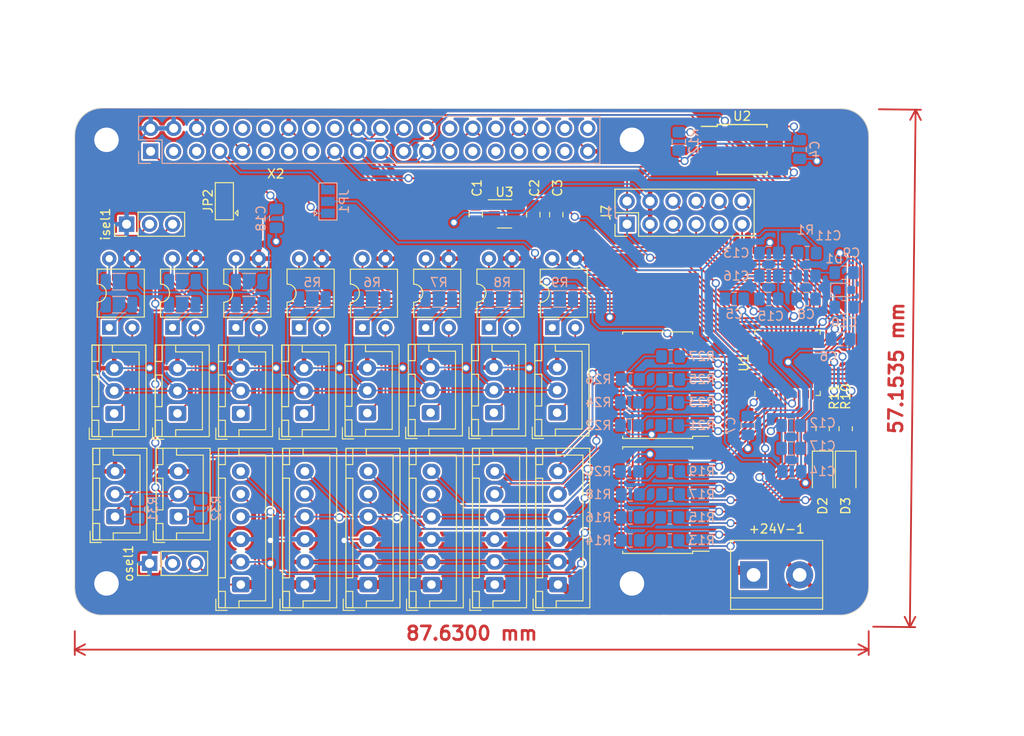
<source format=kicad_pcb>
(kicad_pcb (version 20221018) (generator pcbnew)
  (title_block (date "15 nov 2012"))
  (layers (0 "F.Cu" signal) (31 "B.Cu" signal) (34 "B.Paste" user) (35 "F.Paste" user) (36 "B.SilkS" user "B.Silkscreen") (37 "F.SilkS" user "F.Silkscreen") (38 "B.Mask" user) (39 "F.Mask" user) (44 "Edge.Cuts" user))
  (net 0 "")
  (net 1 "/GPIO2{slash}SDA1")
  (net 2 "/GPIO3{slash}SCL1")
  (net 3 "/GPIO14{slash}TXD0")
  (net 4 "/GPIO15{slash}RXD0")
  (net 5 "/GPIO17")
  (net 6 "/GPIO18{slash}PCM.CLK")
  (net 7 "/GPIO27")
  (net 8 "/GPIO22")
  (net 9 "/GPIO23")
  (net 10 "/GPIO24")
  (net 11 "2v5")
  (net 12 "3v3")
  (net 13 "CRESET")
  (net 14 "/ID_SDA")
  (net 15 "/ID_SCL")
  (net 16 "/GPIO5")
  (net 17 "/GPIO6")
  (net 18 "/GPIO12{slash}PWM0")
  (net 19 "/GPIO13{slash}PWM1")
  (net 20 "/GPIO19{slash}PCM.FS")
  (net 21 "/GPIO16")
  (net 22 "/GPIO26")
  (net 23 "/GPIO20{slash}PCM.DIN")
  (net 24 "/GPIO21{slash}PCM.DOUT")
  (net 25 "SPI_CS1")
  (net 26 "1v2")
  (net 27 "Net-(U1D-VCCPLL)")
  (net 29 "SPI_MOSI")
  (net 30 "SPI_SCK")
  (net 31 "SPI_MISO")
  (net 32 "gnd")
  (net 33 "Net-(U3-BYP)")
  (net 35 "Net-(input1-Pin_1)")
  (net 36 "Net-(input2-Pin_1)")
  (net 37 "in_power")
  (net 38 "Net-(input3-Pin_1)")
  (net 39 "out_power")
  (net 40 "Net-(input4-Pin_1)")
  (net 41 "Net-(input5-Pin_1)")
  (net 42 "Net-(input6-Pin_1)")
  (net 43 "Net-(input7-Pin_1)")
  (net 44 "Net-(input8-Pin_1)")
  (net 45 "Net-(R2-Pad1)")
  (net 46 "Net-(R3-Pad1)")
  (net 47 "Net-(R4-Pad1)")
  (net 48 "Net-(R5-Pad1)")
  (net 49 "Net-(R6-Pad1)")
  (net 50 "Net-(R7-Pad1)")
  (net 51 "Net-(R8-Pad1)")
  (net 52 "Net-(R9-Pad1)")
  (net 53 "j1_dir")
  (net 54 "j1_step")
  (net 55 "enable")
  (net 56 "5v")
  (net 57 "12v")
  (net 58 "j2_step")
  (net 59 "j2_dir")
  (net 60 "j3_dir")
  (net 61 "j3_step")
  (net 62 "j4_step")
  (net 63 "j4_dir")
  (net 66 "j6_dir")
  (net 67 "j6_step")
  (net 68 "j5_dir")
  (net 69 "j5_step")
  (net 70 "out2")
  (net 71 "out1")
  (net 72 "2")
  (net 73 "3")
  (net 74 "4")
  (net 75 "6")
  (net 76 "9")
  (net 77 "10")
  (net 78 "11")
  (net 79 "12")
  (net 80 "13")
  (net 81 "18")
  (net 82 "19")
  (net 83 "20")
  (net 84 "21")
  (net 85 "23")
  (net 86 "25")
  (net 87 "26")
  (net 88 "27")
  (net 89 "28")
  (net 90 "31")
  (net 91 "32")
  (net 92 "34")
  (net 93 "35")
  (net 94 "36")
  (net 95 "37")
  (net 96 "38")
  (net 97 "39")
  (net 98 "40")
  (net 99 "41")
  (net 100 "42")
  (net 101 "43")
  (net 102 "44")
  (net 103 "45")
  (net 104 "46")
  (net 105 "47")
  (net 106 "48")
  (net 107 "Net-(D2-K)")
  (net 108 "Net-(D3-K)")
  (net 110 "RPI_CLK")
  (net 111 "Net-(JP2-C)")
  (net 112 "Net-(JP1-A)")
  (footprint "Connector_JST:JST_XH_B3B-XH-A_1x03_P2.50mm_Vertical" (layer "F.Cu") (at 104.445 89.125 90)
    (fp_text reference "output1" hide)
    (fp_text value "Conn_01x03" hide)
  )
  (footprint "LED_SMD:LED_1206_3216Metric_Pad1.42x1.75mm_HandSolder" (layer "F.Cu") (at 182.55 84.3425 -90)
    (fp_text reference "D2")
    (fp_text value "LED")
  )
  (footprint "Connector_PinHeader_2.54mm:PinHeader_1x03_P2.54mm_Vertical" (layer "F.Cu") (at 108.255 94.285 90)
    (fp_text reference "osel1")
    (fp_text value "Conn_01x03")
  )
  (footprint "Package_DIP:DIP-4_W7.62mm" (layer "F.Cu") (at 131.75 68.25 90)
    (fp_text reference "U11" hide)
    (fp_text value "PC817")
  )
  (footprint "MountingHole:MountingHole_2.7mm_M2.5" (layer "F.Cu") (at 161.5 47.5)
    (fp_text reference "MH2" hide)
    (fp_text value "MountingHole_2.7mm_M2.5" hide)
  )
  (footprint "Connector_JST:JST_XH_B6B-XH-A_1x06_P2.50mm_Vertical" (layer "F.Cu") (at 146.355 96.625 90)
    (fp_text reference "J5" hide)
    (fp_text value "Conn_01x06" hide)
  )
  (footprint "Connector_JST:JST_XH_B3B-XH-A_1x03_P2.50mm_Vertical" (layer "F.Cu") (at 146.26 77.645 90)
    (fp_text reference "input7" hide)
    (fp_text value "Conn_01x03" hide)
  )
  (footprint "Package_DFN_QFN:QFN-48-1EP_7x7mm_P0.5mm_EP5.6x5.6mm" (layer "F.Cu") (at 178.675 72.125 90)
    (fp_text reference "U1")
    (fp_text value "ICE40UP5K-SG48ITR" hide)
  )
  (footprint "Package_DIP:DIP-4_W7.62mm" (layer "F.Cu") (at 103.805 68.24 90)
    (fp_text reference "U7" hide)
    (fp_text value "PC817")
  )
  (footprint "Package_SO:SOIC-8W_5.3x5.3mm_P1.27mm" (layer "F.Cu") (at 173.66 48.565)
    (fp_text reference "U2")
    (fp_text value "AT25SF041B-SHD 4 Mb")
  )
  (footprint "Connector_JST:JST_XH_B3B-XH-A_1x03_P2.50mm_Vertical" (layer "F.Cu") (at 111.335 77.725 90)
    (fp_text reference "input2" hide)
    (fp_text value "Conn_01x03" hide)
  )
  (footprint "Package_DIP:DIP-4_W7.62mm" (layer "F.Cu") (at 138.735 68.25 90)
    (fp_text reference "U12" hide)
    (fp_text value "PC817")
  )
  (footprint "Capacitor_SMD:C_0805_2012Metric_Pad1.18x1.45mm_HandSolder" (layer "F.Cu") (at 150.60875 55.76125 -90)
    (fp_text reference "C2")
    (fp_text value "10n")
  )
  (footprint "Connector_JST:JST_XH_B3B-XH-A_1x03_P2.50mm_Vertical" (layer "F.Cu") (at 118.32 77.725 90)
    (fp_text reference "input3" hide)
    (fp_text value "Conn_01x03" hide)
  )
  (footprint "Resistor_SMD:R_0805_2012Metric_Pad1.20x1.40mm_HandSolder" (layer "F.Cu") (at 185.09 79.41 -90)
    (fp_text reference "R10")
    (fp_text value "900")
  )
  (footprint "Oscillator:Oscillator_SMD_EuroQuartz_XO91-4Pin_7.0x5.0mm" (layer "F.Cu") (at 122.185 55.355)
    (fp_text reference "X2")
    (fp_text value "XO91")
  )
  (footprint "Package_TO_SOT_SMD:SOT-23-5" (layer "F.Cu") (at 147.43375 55.67875)
    (fp_text reference "U3")
    (fp_text value "LD3985M122R_SOT23" hide)
  )
  (footprint "Connector_JST:JST_XH_B6B-XH-A_1x06_P2.50mm_Vertical" (layer "F.Cu") (at 139.37 96.625 90)
    (fp_text reference "J4" hide)
    (fp_text value "Conn_01x06" hide)
  )
  (footprint "Capacitor_SMD:C_0805_2012Metric_Pad1.18x1.45mm_HandSolder" (layer "F.Cu") (at 153.14875 55.76125 -90)
    (fp_text reference "C3")
    (fp_text value "4u7")
  )
  (footprint "Connector_PinHeader_2.54mm:PinHeader_1x03_P2.54mm_Vertical" (layer "F.Cu") (at 105.715 56.82 90)
    (fp_text reference "isel1")
    (fp_text value "Conn_01x03")
  )
  (footprint "MountingHole:MountingHole_2.7mm_M2.5" (layer "F.Cu") (at 103.5 96.5)
    (fp_text reference "MH3" hide)
    (fp_text value "MountingHole_2.7mm_M2.5" hide)
  )
  (footprint "Package_SO:SOIC-18W_7.5x11.6mm_P1.27mm" (layer "F.Cu") (at 164.34 74.6 180)
    (fp_text reference "U5" hide)
    (fp_text value "ULN2803A" hide)
  )
  (footprint "Package_DIP:DIP-4_W7.62mm" (layer "F.Cu") (at 145.715 68.24 90)
    (fp_text reference "U13" hide)
    (fp_text value "PC817")
  )
  (footprint "MountingHole:MountingHole_2.7mm_M2.5" (layer "F.Cu") (at 103.5 47.5)
    (fp_text reference "MH1" hide)
    (fp_text value "MountingHole_2.7mm_M2.5" hide)
  )
  (footprint "Connector_JST:JST_XH_B6B-XH-A_1x06_P2.50mm_Vertical" (layer "F.Cu") (at 118.32 96.625 90)
    (fp_text reference "Jo1" hide)
    (fp_text value "Conn_01x06" hide)
  )
  (footprint "Connector_JST:JST_XH_B6B-XH-A_1x06_P2.50mm_Vertical" (layer "F.Cu") (at 125.4 96.625 90)
    (fp_text reference "J2" hide)
    (fp_text value "Conn_01x06" hide)
  )
  (footprint "Package_SO:SOIC-18W_7.5x11.6mm_P1.27mm" (layer "F.Cu") (at 164.34 87.3 180)
    (fp_text reference "U4" hide)
    (fp_text value "ULN2803A" hide)
  )
  (footprint "LED_SMD:LED_1206_3216Metric_Pad1.42x1.75mm_HandSolder" (layer "F.Cu") (at 185.09 84.3425 -90)
    (fp_text reference "D3")
    (fp_text value "LED")
  )
  (footprint "Capacitor_SMD:C_0805_2012Metric_Pad1.18x1.45mm_HandSolder" (layer "F.Cu") (at 144.25875 55.76125 -90)
    (fp_text reference "C1")
    (fp_text value "4u7")
  )
  (footprint "Package_DIP:DIP-4_W7.62mm" (layer "F.Cu") (at 124.76 68.24 90)
    (fp_text reference "U10" hide)
    (fp_text value "PC817")
  )
  (footprint "Connector_JST:JST_XH_B6B-XH-A_1x06_P2.50mm_Vertical" (layer "F.Cu") (at 132.385 96.625 90)
    (fp_text reference "J3" hide)
    (fp_text value "Conn_01x06" hide)
  )
  (footprint "Resistor_SMD:R_0805_2012Metric_Pad1.20x1.40mm_HandSolder" (layer "F.Cu") (at 182.55 79.41 -90)
    (fp_text reference "R11")
    (fp_text value "900")
  )
  (footprint "Jumper:SolderJumper-3_P1.3mm_Open_Pad1.0x1.5mm" (layer "F.Cu") (at 116.51 54.28 90)
    (fp_text reference "JP2")
    (fp_text value "SolderJumper_3_Open" hide)
  )
  (footprint "TerminalBlock:TerminalBlock_bornier-2_P5.08mm" (layer "F.Cu") (at 174.93 95.555)
    (fp_text reference "+24V-1")
    (fp_text value "Screw_Terminal_01x02" hide)
  )
  (footprint "Connector_JST:JST_XH_B3B-XH-A_1x03_P2.50mm_Vertical" (layer "F.Cu") (at 104.35 77.725 90)
    (fp_text reference "input1" hide)
    (fp_text value "Conn_01x03" hide)
  )
  (footprint "Package_DIP:DIP-4_W7.62mm" (layer "F.Cu") (at 152.705 68.25 90)
    (fp_text reference "U14" hide)
    (fp_text value "PC817")
  )
  (footprint "MountingHole:MountingHole_2.7mm_M2.5" (layer "F.Cu") (at 161.5 96.5)
    (fp_text reference "MH4" hide)
    (fp_text value "MountingHole_2.7mm_M2.5" hide)
  )
  (footprint "Connector_JST:JST_XH_B3B-XH-A_1x03_P2.50mm_Vertical" (layer "F.Cu") (at 153.245 77.645 90)
    (fp_text reference "input8" hide)
    (fp_text value "Conn_01x03" hide)
  )
  (footprint "Connector_JST:JST_XH_B3B-XH-A_1x03_P2.50mm_Vertical" (layer "F.Cu") (at 125.305 77.725 90)
    (fp_text reference "input4" hide)
    (fp_text value "Conn_01x03" hide)
  )
  (footprint "Connector_JST:JST_XH_B6B-XH-A_1x06_P2.50mm_Vertical" (layer "F.Cu") (at 153.34 96.625 90)
    (fp_text reference "J6" hide)
    (fp_text value "Conn_01x06" hide)
  )
  (footprint "Connector_PinHeader_2.54mm:PinHeader_2x06_P2.54mm_Vertical" (layer "F.Cu") (at 160.96 56.82 90)
    (fp_text reference "J7")
    (fp_text value "Conn_02x06_Odd_Even")
  )
  (footprint "Package_DIP:DIP-4_W7.62mm" (layer "F.Cu") (at 110.79 68.24 90)
    (fp_text reference "U8" hide)
    (fp_text value "PC817")
  )
  (footprint "Connector_JST:JST_XH_B3B-XH-A_1x03_P2.50mm_Vertical" (layer "F.Cu") (at 132.29 77.685 90)
    (fp_text reference "input5" hide)
    (fp_text value "Conn_01x03" hide)
  )
  (footprint "Connector_JST:JST_XH_B3B-XH-A_1x03_P2.50mm_Vertical" (layer "F.Cu") (at 111.43 89.125 90)
    (fp_text reference "output2" hide)
    (fp_text value "Conn_01x03" hide)
  )
  (footprint "Package_DIP:DIP-4_W7.62mm" (layer "F.Cu") (at 117.775 68.24 90)
    (fp_text reference "U9" hide)
    (fp_text value "PC817")
  )
  (footprint "Connector_JST:JST_XH_B3B-XH-A_1x03_P2.50mm_Vertical" (layer "F.Cu") (at 139.275 77.645 90)
    (fp_text reference "input6" hide)
    (fp_text value "Conn_01x03" hide)
  )
  (footprint "Connector_PinSocket_2.54mm:PinSocket_2x20_P2.54mm_Vertical" (layer "B.Cu") (at 108.37 48.77 -90)
    (fp_text reference "j1")
    (fp_text value "GPIO")
  )
  (footprint "Resistor_SMD:R_0805_2012Metric_Pad1.20x1.40mm_HandSolder" (layer "B.Cu") (at 165.77 73.965)
    (fp_text reference "R25")
    (fp_text value "20k")
  )
  (footprint "Capacitor_SMD:C_0805_2012Metric_Pad1.18x1.45mm_HandSolder" (layer "B.Cu") (at 176.6025 65.075 180)
    (fp_text reference "C15")
    (fp_text value "1u")
  )
  (footprint "Resistor_SMD:R_0805_2012Metric_Pad1.20x1.40mm_HandSolder" (layer "B.Cu") (at 180.8425 60.01 180)
    (fp_text reference "R1")
    (fp_text value "100")
  )
  (footprint "Resistor_SMD:R_1206_3216Metric" (layer "B.Cu") (at 104.8875 65.71 180)
    (fp_text reference "R2" hide)
    (fp_text value "3K3")
  )
  (footprint "Resistor_SMD:R_1206_3216Metric" (layer "B.Cu") (at 119.2425 65.71 180)
    (fp_text reference "R4" hide)
    (fp_text value "3K3")
  )
  (footprint "Capacitor_SMD:C_0805_2012Metric_Pad1.18x1.45mm_HandSolder" (layer "B.Cu") (at 172.7925 65.075)
    (fp_text reference "C5")
    (fp_text value "100n")
  )
  (footprint "Resistor_SMD:R_1206_3216Metric" (layer "B.Cu") (at 111.8725 63.17 180)
    (fp_text reference "R29" hide)
    (fp_text value "20K")
  )
  (footprint "Diode_SMD:D_0603_1608Metric" (layer "B.Cu") (at 184.915 64.08)
    (fp_text reference "D1")
    (fp_text value "1N 4148WT7 DII" hide)
  )
  (footprint "Jumper:SolderJumper-3_P1.3mm_Open_Pad1.0x1.5mm" (layer "B.Cu") (at 127.94 54.31 90)
    (fp_text reference "JP1")
    (fp_text value "SolderJumper_3_Open" hide)
  )
  (footprint "Resistor_SMD:R_0805_2012Metric_Pad1.20x1.40mm_HandSolder" (layer "B.Cu") (at 165.77 84.125)
    (fp_text reference "R19")
    (fp_text value "20k")
  )
  (footprint "Resistor_SMD:R_1206_3216Metric" (layer "B.Cu") (at 132.8275 65.075 180)
    (fp_text reference "R6")
    (fp_text value "3K3")
  )
  (footprint "Resistor_SMD:R_1206_3216Metric" (layer "B.Cu") (at 111.8725 65.71 180)
    (fp_text reference "R3" hide)
    (fp_text value "3K3")
  )
  (footprint "Resistor_SMD:R_1206_3216Metric" (layer "B.Cu") (at 104.8875 63.17 180)
    (fp_text reference "R30" hide)
    (fp_text value "20K")
  )
  (footprint "Capacitor_SMD:C_0805_2012Metric_Pad1.18x1.45mm_HandSolder" (layer "B.Cu") (at 180.72 62.55)
    (fp_text reference "C11")
    (fp_text value "10u")
  )
  (footprint "Capacitor_SMD:C_0805_2012Metric_Pad1.18x1.45mm_HandSolder" (layer "B.Cu") (at 184.53 69.52 180)
    (fp_text reference "C6")
    (fp_text value "100n")
  )
  (footprint "Resistor_SMD:R_0805_2012Metric_Pad1.20x1.40mm_HandSolder" (layer "B.Cu") (at 161.325 89.205)
    (fp_text reference "R16")
    (fp_text value "20k")
  )
  (footprint "Capacitor_SMD:C_0805_2012Metric_Pad1.18x1.45mm_HandSolder" (layer "B.Cu") (at 179.0475 81.585)
    (fp_text reference "C17")
    (fp_text value "10n")
  )
  (footprint "Capacitor_SMD:C_0805_2012Metric_Pad1.18x1.45mm_HandSolder" (layer "B.Cu") (at 122.225 56.185 -90)
    (fp_text reference "C18")
    (fp_text value "100n")
  )
  (footprint "Capacitor_SMD:C_0805_2012Metric_Pad1.18x1.45mm_HandSolder" (layer "B.Cu") (at 176.6025 62.535 180)
    (fp_text reference "C16")
    (fp_text value "100n")
  )
  (footprint "Capacitor_SMD:C_0805_2012Metric_Pad1.18x1.45mm_HandSolder" (layer "B.Cu") (at 180.72 65.09)
    (fp_text reference "C8")
    (fp_text value "100n")
  )
  (footprint "Resistor_SMD:R_0805_2012Metric_Pad1.20x1.40mm_HandSolder" (layer "B.Cu") (at 161.23 79.045)
    (fp_text reference "R22")
    (fp_text value "20k")
  )
  (footprint "Resistor_SMD:R_0805_2012Metric_Pad1.20x1.40mm_HandSolder" (layer "B.Cu") (at 161.23 76.505)
    (fp_text reference "R24")
    (fp_text value "20k")
  )
  (footprint "Resistor_SMD:R_1206_3216Metric" (layer "B.Cu") (at 126.2275 65.075 180)
    (fp_text reference "R5")
    (fp_text value "3K3")
  )
  (footprint "Capacitor_SMD:C_0805_2012Metric_Pad1.18x1.45mm_HandSolder" (layer "B.Cu") (at 184.915 62.175 180)
    (fp_text reference "C9")
    (fp_text value "100n")
  )
  (footprint "Resistor_SMD:R_0805_2012Metric_Pad1.20x1.40mm_HandSolder" (layer "B.Cu") (at 165.675 89.205)
    (fp_text reference "R15")
    (fp_text value "20k")
  )
  (footprint "Resistor_SMD:R_0805_2012Metric_Pad1.20x1.40mm_HandSolder" (layer "B.Cu") (at 165.77 71.425)
    (fp_text reference "R27")
    (fp_text value "20k")
  )
  (footprint "Resistor_SMD:R_0805_2012Metric_Pad1.20x1.40mm_HandSolder" (layer "B.Cu") (at 166.675 47.66 90)
    (fp_text reference "R12")
    (fp_text value "10k")
  )
  (footprint "Resistor_SMD:R_0805_2012Metric_Pad1.20x1.40mm_HandSolder" (layer "B.Cu") (at 165.675 76.505)
    (fp_text reference "R23")
    (fp_text value "20k")
  )
  (footprint "Resistor_SMD:R_0805_2012Metric_Pad1.20x1.40mm_HandSolder" (layer "B.Cu") (at 106.985 88.3 90)
    (fp_text reference "R31")
    (fp_text value "3k3")
  )
  (footprint "Resistor_SMD:R_0805_2012Metric_Pad1.20x1.40mm_HandSolder" (layer "B.Cu") (at 165.77 86.665)
    (fp_text reference "R17")
    (fp_text value "20k")
  )
  (footprint "Capacitor_SMD:C_0805_2012Metric_Pad1.18x1.45mm_HandSolder" (layer "B.Cu") (at 180.01 48.565 90)
    (fp_text reference "C4")
    (fp_text value "100n")
  )
  (footprint "Resistor_SMD:R_0805_2012Metric_Pad1.20x1.40mm_HandSolder" (layer "B.Cu") (at 113.97 88.205 90)
    (fp_text reference "R32")
    (fp_text value "3k3")
  )
  (footprint "Resistor_SMD:R_0805_2012Metric_Pad1.20x1.40mm_HandSolder" (layer "B.Cu") (at 165.675 79.045)
    (fp_text reference "R21")
    (fp_text value "20k")
  )
  (footprint "Capacitor_SMD:C_0805_2012Metric_Pad1.18x1.45mm_HandSolder" (layer "B.Cu") (at 174.295 79.045 90)
    (fp_text reference "C7")
    (fp_text value "100n")
  )
  (footprint "Resistor_SMD:R_1206_3216Metric" (layer "B.Cu") (at 153.5325 65.075 180)
    (fp_text reference "R9")
    (fp_text value "3K3")
  )
  (footprint "Resistor_SMD:R_0805_2012Metric_Pad1.20x1.40mm_HandSolder" (layer "B.Cu") (at 165.675 91.745)
    (fp_text reference "R13")
    (fp_text value "20k")
  )
  (footprint "Resistor_SMD:R_1206_3216Metric" (layer "B.Cu") (at 147.1825 65.075 180)
    (fp_text reference "R8")
    (fp_text value "3K3")
  )
  (footprint "Resistor_SMD:R_0805_2012Metric_Pad1.20x1.40mm_HandSolder" (layer "B.Cu") (at 161.23 84.125)
    (fp_text reference "R20")
    (fp_text value "20k")
  )
  (footprint "Capacitor_SMD:C_0805_2012Metric_Pad1.18x1.45mm_HandSolder" (layer "B.Cu") (at 179.1425 84.125)
    (fp_text reference "C14")
    (fp_text value "100n")
  )
  (footprint "Resistor_SMD:R_0805_2012Metric_Pad1.20x1.40mm_HandSolder" (layer "B.Cu") (at 161.325 73.965)
    (fp_text reference "R26")
    (fp_text value "20k")
  )
  (footprint "Resistor_SMD:R_1206_3216Metric" (layer "B.Cu") (at 140.1975 65.075 180)
    (fp_text reference "R7")
    (fp_text value "3K3")
  )
  (footprint "Resistor_SMD:R_0805_2012Metric_Pad1.20x1.40mm_HandSolder" (layer "B.Cu") (at 161.325 91.745)
    (fp_text reference "R14")
    (fp_text value "20k")
  )
  (footprint "Resistor_SMD:R_1206_3216Metric" (layer "B.Cu") (at 119.2425 63.17 180)
    (fp_text reference "R28" hide)
    (fp_text value "20K")
  )
  (footprint "Capacitor_SMD:C_0805_2012Metric_Pad1.18x1.45mm_HandSolder" (layer "B.Cu") (at 176.6025 60.01 180)
    (fp_text reference "C13")
    (fp_text value "10n")
  )
  (footprint "Resistor_SMD:R_0805_2012Metric_Pad1.20x1.40mm_HandSolder" (layer "B.Cu") (at 161.325 86.665)
    (fp_text reference "R18")
    (fp_text value "20k")
  )
  (footprint "Capacitor_SMD:C_0805_2012Metric_Pad1.18x1.45mm_HandSolder" (layer "B.Cu") (at 179.0475 79.045)
    (fp_text reference "C12")
    (fp_text value "1u")
  )
  (footprint "Capacitor_SMD:C_0805_2012Metric_Pad1.18x1.45mm_HandSolder" (layer "B.Cu") (at 184.915 65.985)
    (fp_text reference "C10")
    (fp_text value "100n")
  )
  (gr_arc (start 184.63 44.06) (mid 186.75132 44.93868) (end 187.63 47.06) (stroke (width 0.1)) (layer "Edge.Cuts"))
  (gr_line (start 100 47) (end 100 97) (stroke (width 0.05)) (layer "Edge.Cuts"))
  (gr_line (start 187.63 47.06) (end 187.63 97.056497) (stroke (width 0.05)) (layer "Edge.Cuts"))
  (gr_arc (start 103 100) (mid 100.87868 99.12132) (end 100 97) (stroke (width 0.1)) (layer "Edge.Cuts"))
  (gr_line (start 103 44) (end 184.63 44.06) (stroke (width 0.05)) (layer "Edge.Cuts"))
  (gr_arc (start 187.63 97.056497) (mid 186.628252 99.160068) (end 184.455 100) (stroke (width 0.1)) (layer "Edge.Cuts"))
  (gr_arc (start 100 47) (mid 100.87868 44.87868) (end 103 44) (stroke (width 0.1)) (layer "Edge.Cuts"))
  (gr_line (start 184.455 100) (end 103 100) (stroke (width 0.05)) (layer "Edge.Cuts"))
  (dimension (type aligned) (layer "F.Cu") (pts (xy 100 101.27) (xy 187.63 101.27)) (height 2.54) (gr_text "87,6300 mm" (at 143.815 102.01) (layer "F.Cu") (effects (font (size 1.5 1.5) (thickness 0.3)))) (format (prefix "") (suffix "") (units 3) (units_format 1) (precision 4)) (style (thickness 0.2) (arrow_length 1.27) (text_position_mode 0) (extension_height 0.58642) (extension_offset 0.5) keep_text_aligned))
  (dimension (type aligned) (layer "F.Cu") (pts (xy 187.63 101.27) (xy 188.265 44.12)) (height 4.547524) (gr_text "57,1535 mm" (at 190.694854 72.725526 89.36340642) (layer "F.Cu") (effects (font (size 1.5 1.5) (thickness 0.3)))) (format (prefix "") (suffix "") (units 3) (units_format 1) (precision 4)) (style (thickness 0.2) (arrow_length 1.27) (text_position_mode 0) (extension_height 0.58642) (extension_offset 0.5) keep_text_aligned))
  (segment (start 182.125 68.04) (end 182.125 69.3625) (width 0.2) (layer "F.Cu") (net 11))
  (segment (start 182.125 69.3625) (end 182.1125 69.375) (width 0.2) (layer "F.Cu") (net 11))
  (segment (start 182.55 67.615) (end 182.125 68.04) (width 0.2) (layer "F.Cu") (net 11))
  (via (at 182.55 67.615) (size 0.9) (drill 0.6) (layers "F.Cu" "B.Cu") (net 11))
  (segment (start 183.8775 66.2875) (end 183.8775 65.985) (width 0.2) (layer "B.Cu") (net 11))
  (segment (start 182.55 67.615) (end 183.8775 66.2875) (width 0.2) (layer "B.Cu") (net 11))
  (segment (start 183.8775 64.33) (end 184.1275 64.08) (width 0.2) (layer "B.Cu") (net 11))
  (segment (start 183.8775 65.985) (end 183.8775 64.33) (width 0.2) (layer "B.Cu") (net 11))
  (segment (start 175.8725 75.5625) (end 174.93 76.505) (width 0.2) (layer "F.Cu") (net 12))
  (segment (start 167.31 49.835) (end 164.77 49.835) (width 0.2) (layer "F.Cu") (net 12))
  (segment (start 147.43375 55.840146) (end 147.43375 55.517354) (width 0.2) (layer "F.Cu") (net 12))
  (segment (start 121.59 53.645) (end 121.2 53.255) (width 0.2) (layer "F.Cu") (net 12))
  (segment (start 181.08 87.3) (end 182.55 85.83) (width 0.2) (layer "F.Cu") (net 12))
  (segment (start 121.2 53.255) (end 119.685 53.255) (width 0.2) (layer "F.Cu") (net 12))
  (segment (start 183.88982 69.113518) (end 182.628338 70.375) (width 0.2) (layer "F.Cu") (net 12))
  (segment (start 177.31 46.66) (end 177.31 47.93) (width 0.2) (layer "F.Cu") (net 12))
  (segment (start 146.645146 56.62875) (end 147.43375 55.840146) (width 0.2) (layer "F.Cu") (net 12))
  (segment (start 167.945 49.2) (end 169.915 49.2) (width 0.2) (layer "F.Cu") (net 12))
  (segment (start 116.785 53.255) (end 116.51 52.98) (width 0.2) (layer "F.Cu") (net 12))
  (segment (start 112.58 52.98) (end 109.52 49.92) (width 0.2) (layer "F.Cu") (net 12))
  (segment (start 146.29125 54.72375) (end 146.29625 54.72875) (width 0.2) (layer "F.Cu") (net 12))
  (segment (start 173.66 66.345) (end 172.713839 66.345) (width 0.2) (layer "F.Cu") (net 12))
  (segment (start 179.375 46.025) (end 177.945 46.025) (width 0.2) (layer "F.Cu") (net 12))
  (segment (start 175.768523 66.4495) (end 177.425 68.105977) (width 0.2) (layer "F.Cu") (net 12))
  (segment (start 109.52 49.92) (end 127.54 49.92) (width 0.2) (layer "F.Cu") (net 12))
  (segment (start 164.77 49.835) (end 162.865 51.74) (width 0.2) (layer "F.Cu") (net 12))
  (segment (start 119.685 53.255) (end 116.785 53.255) (width 0.2) (layer "F.Cu") (net 12))
  (segment (start 174.93 66.4495) (end 175.768523 66.4495) (width 0.2) (layer "F.Cu") (net 12))
  (segment (start 146.645146 54.72875) (end 146.29625 54.72875) (width 0.2) (layer "F.Cu") (net 12))
  (segment (start 162.865 51.74) (end 162.6 51.74) (width 0.2) (layer "F.Cu") (net 12))
  (segment (start 185.09 85.83) (end 182.55 85.83) (width 0.2) (layer "F.Cu") (net 12))
  (segment (start 160.96 51.74) (end 136.83 51.74) (width 0.2) (layer "F.Cu") (net 12))
  (segment (start 175.925 75.5625) (end 175.8725 75.5625) (width 0.2) (layer "F.Cu") (net 12))
  (segment (start 116.51 52.98) (end 112.58 52.98) (width 0.2) (layer "F.Cu") (net 12))
  (segment (start 108.37 48.77) (end 109.52 49.92) (width 0.2) (layer "F.Cu") (net 12))
  (segment (start 167.31 49.835) (end 167.945 49.2) (width 0.2) (layer "F.Cu") (net 12))
  (segment (start 177.945 46.025) (end 177.31 46.66) (width 0.2) (layer "F.Cu") (net 12))
  (segment (start 183.88982 68.388114) (end 183.88982 69.113518) (width 0.2) (layer "F.Cu") (net 12))
  (segment (start 166.884339 60.5155) (end 163.5 60.5155) (width 0.2) (layer "F.Cu") (net 12))
  (segment (start 141.275 51.74) (end 144.25875 54.72375) (width 0.2) (layer "F.Cu") (net 12))
  (segment (start 162.5475 51.74) (end 160.96 51.74) (width 0.2) (layer "F.Cu") (net 12))
  (segment (start 144.25875 54.72375) (end 146.29125 54.72375) (width 0.2) (layer "F.Cu") (net 12))
  (segment (start 160.96 54.28) (end 160.96 51.74) (width 0.2) (layer "F.Cu") (net 12))
  (segment (start 177.425 68.105977) (end 177.425 68.6875) (width 0.2) (layer "F.Cu") (net 12))
  (segment (start 127.54 49.92) (end 128.69 48.77) (width 0.2) (layer "F.Cu") (net 12))
  (segment (start 176.2 84.125) (end 176.2 81.585) (width 0.2) (layer "F.Cu") (net 12))
  (segment (start 180.645 87.3) (end 181.08 87.3) (width 0.2) (layer "F.Cu") (net 12))
  (segment (start 172.713839 66.345) (end 166.884339 60.5155) (width 0.2) (layer "F.Cu") (net 12))
  (segment (start 175.565 84.76) (end 176.2 84.125) (width 0.2) (layer "F.Cu") (net 12))
  (segment (start 146.29625 56.62875) (end 146.645146 56.62875) (width 0.2) (layer "F.Cu") (net 12))
  (segment (start 147.43375 55.517354) (end 146.645146 54.72875) (width 0.2) (layer "F.Cu") (net 12))
  (segment (start 136.83 51.74) (end 141.275 51.74) (width 0.2) (layer "F.Cu") (net 12))
  (segment (start 160.96 54.28) (end 160.96 56.82) (width 0.2) (layer "F.Cu") (net 12))
  (segment (start 182.628338 70.375) (end 182.1125 70.375) (width 0.2) (layer "F.Cu") (net 12))
  (via (at 167.31 49.835) (size 0.9) (drill 0.6) (layers "F.Cu" "B.Cu") (net 12))
  (via (at 179.375 46.025) (size 0.9) (drill 0.6) (layers "F.Cu" "B.Cu") (net 12))
  (via (at 174.93 66.4495) (size 0.9) (drill 0.6) (layers "F.Cu" "B.Cu") (net 12))
  (via (at 175.565 84.76) (size 0.9) (drill 0.6) (layers "F.Cu" "B.Cu") (net 12))
  (via (at 173.66 66.345) (size 0.9) (drill 0.6) (layers "F.Cu" "B.Cu") (net 12))
  (via (at 174.93 76.505) (size 0.9) (drill 0.6) (layers "F.Cu" "B.Cu") (net 12))
  (via (at 180.645 87.3) (size 0.9) (drill 0.6) (layers "F.Cu" "B.Cu") (net 12))
  (via (at 176.2 81.585) (size 0.9) (drill 0.6) (layers "F.Cu" "B.Cu") (net 12))
  (via (at 183.88982 68.388114) (size 0.9) (drill 0.6) (layers "F.Cu" "B.Cu") (net 12))
  (via (at 136.83 51.74) (size 0.9) (drill 0.6) (layers "F.Cu" "B.Cu") (net 12))
  (via (at 121.59 53.645) (size 0.9) (drill 0.6) (layers "F.Cu" "B.Cu") (net 12))
  (via (at 163.5 60.5155) (size 0.9) (drill 0.6) (layers "F.Cu" "B.Cu") (net 12))
  (segment (start 121.415 62.46) (end 120.705 63.17) (width 0.2) (layer "B.Cu") (net 12))
  (segment (start 136.83 51.74) (end 131.66 51.74) (width 0.2) (layer "B.Cu") (net 12))
  (segment (start 174.93 66.175) (end 173.83 65.075) (width 0.2) (layer "B.Cu") (net 12))
  (segment (start 176.2 77.374178) (end 175.965822 77.374178) (width 0.2) (layer "B.Cu") (net 12))
  (segment (start 112.16 64.345) (end 113.335 63.17) (width 0.2) (layer "B.Cu") (net 12))
  (segment (start 175.565 77.775) (end 174.5275 77.775) (width 0.2) (layer "B.Cu") (net 12))
  (segment (start 175.965822 77.374178) (end 175.565 77.775) (width 0.2) (layer "B.Cu") (net 12))
  (segment (start 174.93 66.4495) (end 174.93 66.175) (width 0.2) (layer "B.Cu") (net 12))
  (segment (start 120.955 59.36) (end 121.415 59.82) (width 0.2) (layer "B.Cu") (net 12))
  (segment (start 166.675 49.2) (end 167.31 49.835) (width 0.2) (layer "B.Cu") (net 12))
  (segment (start 183.4925 68.785434) (end 183.4925 69.52) (width 0.2) (layer "B.Cu") (net 12))
  (segment (start 183.82 67.615) (end 183.07 68.365) (width 0.2) (layer "B.Cu") (net 12))
  (segment (start 185.9525 63.83) (end 185.7025 64.08) (width 0.2) (layer "B.Cu") (net 12))
  (segment (start 120.955 56.4175) (end 120.955 59.36) (width 0.2) (layer "B.Cu") (net 12))
  (segment (start 176.085 81.47) (end 176.085 77.489178) (width 0.2) (layer "B.Cu") (net 12))
  (segment (start 180.01 47.5275) (end 179.6075 47.93) (width 0.2) (layer "B.Cu") (net 12))
  (segment (start 183.88982 68.388114) (end 183.4925 68.785434) (width 0.2) (layer "B.Cu") (net 12))
  (segment (start 179.375 46.66) (end 180.01 47.295) (width 0.2) (layer "B.Cu") (net 12))
  (segment (start 173.83 65.075) (end 173.83 66.175) (width 0.2) (layer "B.Cu") (net 12))
  (segment (start 185.065 67.615) (end 185.065 62.56) (width 0.2) (layer "B.Cu") (net 12))
  (segment (start 180.01 77.14) (end 179.775822 77.374178) (width 0.2) (layer "B.Cu") (net 12))
  (segment (start 178.105 87.3) (end 175.565 84.76) (width 0.2) (layer "B.Cu") (net 12))
  (segment (start 183.07 68.365) (end 175.68 68.365) (width 0.2) (layer "B.Cu") (net 12))
  (segment (start 122.225 55.1475) (end 122.225 54.28) (width 0.2) (layer "B.Cu") (net 12))
  (segment (start 119.53 64.345) (end 120.705 63.17) (width 0.2) (layer "B.Cu") (net 12))
  (segment (start 173.66 67.615) (end 176.835 70.79) (width 0.2) (layer "B.Cu") (net 12))
  (segment (start 179.775822 77.374178) (end 176.2 77.374178) (width 0.2) (layer "B.Cu") (net 12))
  (segment (start 176.835 72.06) (end 180.01 75.235) (width 0.2) (layer "B.Cu") (net 12))
  (segment (start 169.215 47.93) (end 167.31 49.835) (width 0.2) (layer "B.Cu") (net 12))
  (segment (start 173.83 66.175) (end 173.66 66.345) (width 0.2) (layer "B.Cu") (net 12))
  (segment (start 180.01 47.295) (end 180.01 47.5275) (width 0.2) (layer "B.Cu") (net 12))
  (segment (start 185.9525 62.175) (end 185.9525 63.83) (width 0.2) (layer "B.Cu") (net 12))
  (segment (start 185.065 62.56) (end 185.45 62.175) (width 0.2) (layer "B.Cu") (net 12))
  (segment (start 122.225 54.28) (end 121.59 53.645) (width 0.2) (layer "B.Cu") (net 12))
  (segment (start 174.295 77.14) (end 174.93 76.505) (width 0.2) (layer "B.Cu") (net 12))
  (segment (start 114.51 64.345) (end 119.53 64.345) (width 0.2) (layer "B.Cu") (net 12))
  (segment (start 175.68 68.365) (end 173.66 66.345) (width 0.2) (layer "B.Cu") (net 12))
  (segment (start 121.415 59.82) (end 121.415 62.46) (width 0.2) (layer "B.Cu") (net 12))
  (segment (start 179.6075 47.93) (end 169.215 47.93) (width 0.2) (layer "B.Cu") (net 12))
  (segment (start 174.295 78.0075) (end 174.295 77.14) (width 0.2) (layer "B.Cu") (net 12))
  (segment (start 166.675 48.66) (end 166.675 49.2) (width 0.2) (layer "B.Cu") (net 12))
  (segment (start 176.2 81.585) (end 176.085 81.47) (width 0.2) (layer "B.Cu") (net 12))
  (segment (start 122.225 55.1475) (end 120.955 56.4175) (width 0.2) (layer "B.Cu") (net 12))
  (segment (start 179.375 46.025) (end 179.375 46.66) (width 0.2) (layer "B.Cu") (net 12))
  (segment (start 160.96 57.9755) (end 160.96 56.82) (width 0.2) (layer "B.Cu") (net 12))
  (segment (start 180.645 87.3) (end 178.105 87.3) (width 0.2) (layer "B.Cu") (net 12))
  (segment (start 183.977183 69.52) (end 185.065 68.432183) (width 0.2) (layer "B.Cu") (net 12))
  (segment (start 174.5275 77.775) (end 174.295 78.0075) (width 0.2) (layer "B.Cu") (net 12))
  (segment (start 183.4925 69.52) (end 183.977183 69.52) (width 0.2) (layer "B.Cu") (net 12))
  (segment (start 180.01 75.235) (end 180.01 77.14) (width 0.2) (layer "B.Cu") (net 12))
  (segment (start 176.835 70.79) (end 176.835 72.06) (width 0.2) (layer "B.Cu") (net 12))
  (segment (start 131.66 51.74) (end 128.69 48.77) (width 0.2) (layer "B.Cu") (net 12))
  (segment (start 185.45 62.175) (end 185.9525 62.175) (width 0.2) (layer "B.Cu") (net 12))
  (segment (start 107.525 64.345) (end 112.16 64.345) (width 0.2) (layer "B.Cu") (net 12))
  (segment (start 113.335 63.17) (end 114.51 64.345) (width 0.2) (layer "B.Cu") (net 12))
  (segment (start 183.82 67.615) (end 185.065 67.615) (width 0.2) (layer "B.Cu") (net 12))
  (segment (start 173.66 66.345) (end 173.66 67.615) (width 0.2) (layer "B.Cu") (net 12))
  (segment (start 106.35 63.17) (end 107.525 64.345) (width 0.2) (layer "B.Cu") (net 12))
  (segment (start 185.065 68.432183) (end 185.065 67.615) (width 0.2) (layer "B.Cu") (net 12))
  (segment (start 163.5 60.5155) (end 160.96 57.9755) (width 0.2) (layer "B.Cu") (net 12))
  (segment (start 176.085 77.489178) (end 176.2 77.374178) (width 0.2) (layer "B.Cu") (net 12))
  (segment (start 157.219314 58.09) (end 138.923654 58.09) (width 0.2) (layer "F.Cu") (net 13))
  (segment (start 158.889314 59.76) (end 157.219314 58.09) (width 0.2) (layer "F.Cu") (net 13))
  (segment (start 138.923654 58.09) (end 130.08 49.246346) (width 0.2) (layer "F.Cu") (net 13))
  (segment (start 167.1895 59.76) (end 158.889314 59.76) (width 0.2) (layer "F.Cu") (net 13))
  (segment (start 130.993654 47.38) (end 132.62 47.38) (width 0.2) (layer "F.Cu") (net 13))
  (segment (start 130.08 48.293654) (end 130.993654 47.38) (width 0.2) (layer "F.Cu") (net 13))
  (segment (start 130.08 49.246346) (end 130.08 48.293654) (width 0.2) (layer "F.Cu") (net 13))
  (segment (start 132.62 47.38) (end 133.77 46.23) (width 0.2) (layer "F.Cu") (net 13))
  (segment (start 170.754727 63.325227) (end 167.1895 59.76) (width 0.2) (layer "F.Cu") (net 13))
  (segment (start 179.1745 76.624678) (end 179.425 76.374178) (width 0.2) (layer "F.Cu") (net 13))
  (segment (start 179.425 76.374178) (end 179.425 75.5625) (width 0.2) (layer "F.Cu") (net 13))
  (via (at 179.1745 76.624678) (size 0.9) (drill 0.6) (layers "F.Cu" "B.Cu") (net 13))
  (via (at 170.754727 63.325227) (size 0.9) (drill 0.6) (layers "F.Cu" "B.Cu") (net 13))
  (segment (start 170.754727 68.719227) (end 170.754727 63.325227) (width 0.2) (layer "B.Cu") (net 13))
  (segment (start 178.660178 76.624678) (end 170.754727 68.719227) (width 0.2) (layer "B.Cu") (net 13))
  (segment (start 179.1745 76.624678) (end 178.660178 76.624678) (width 0.2) (layer "B.Cu") (net 13))
  (segment (start 140.325 44.755) (end 138.85 46.23) (width 0.2) (layer "F.Cu") (net 25))
  (segment (start 169.915 46.66) (end 168.01 44.755) (width 0.2) (layer "F.Cu") (net 25))
  (segment (start 177.034657 52.54) (end 171.154657 46.66) (width 0.2) (layer "F.Cu") (net 25))
  (segment (start 184.975686 73.375) (end 185.89 72.460685) (width 0.2) (layer "F.Cu") (net 25))
  (segment (start 185.89 72.460685) (end 185.89 55.080001) (width 0.2) (layer "F.Cu") (net 25))
  (segment (start 183.35 52.54) (end 177.034657 52.54) (width 0.2) (layer "F.Cu") (net 25))
  (segment (start 182.1125 73.375) (end 184.975686 73.375) (width 0.2) (layer "F.Cu") (net 25))
  (segment (start 185.89 55.080001) (end 183.35 52.54) (width 0.2) (layer "F.Cu") (net 25))
  (segment (start 168.01 44.755) (end 140.325 44.755) (width 0.2) (layer "F.Cu") (net 25))
  (segment (start 171.154657 46.66) (end 169.915 46.66) (width 0.2) (layer "F.Cu") (net 25))
  (segment (start 167.945 46.66) (end 169.915 46.66) (width 0.2) (layer "F.Cu") (net 25))
  (via (at 167.945 46.66) (size 0.9) (drill 0.6) (layers "F.Cu" "B.Cu") (net 25))
  (segment (start 166.675 46.66) (end 167.945 46.66) (width 0.2) (layer "B.Cu") (net 25))
  (segment (start 179.375 66.98) (end 179.145 66.98) (width 0.2) (layer "F.Cu") (net 26))
  (segment (start 176.835 79.68) (end 177.925 78.59) (width 0.2) (layer "F.Cu") (net 26))
  (segment (start 152.26125 53.83625) (end 153.14875 54.72375) (width 0.2) (layer "F.Cu") (net 26))
  (segment (start 153.91625 54.72375) (end 155.18625 55.99375) (width 0.2) (layer "F.Cu") (net 26))
  (segment (start 148.57125 54.72875) (end 149.46375 53.83625) (width 0.2) (layer "F.Cu") (net 26))
  (segment (start 149.46375 53.83625) (end 152.26125 53.83625) (width 0.2) (layer "F.Cu") (net 26))
  (segment (start 177.925 78.59) (end 177.925 75.5625) (width 0.2) (layer "F.Cu") (net 26))
  (segment (start 178.925 67.2) (end 178.925 68.6875) (width 0.2) (layer "F.Cu") (net 26))
  (segment (start 153.14875 54.72375) (end 153.91625 54.72375) (width 0.2) (layer "F.Cu") (net 26))
  (segment (start 179.145 66.98) (end 178.925 67.2) (width 0.2) (layer "F.Cu") (net 26))
  (via (at 155.18625 55.99375) (size 0.9) (drill 0.6) (layers "F.Cu" "B.Cu") (net 26))
  (via (at 179.375 66.98) (size 0.9) (drill 0.6) (layers "F.Cu" "B.Cu") (net 26))
  (via (at 176.835 79.68) (size 0.9) (drill 0.6) (layers "F.Cu" "B.Cu") (net 26))
  (segment (start 179.375 66.98) (end 179.375 66.81) (width 0.2) (layer "B.Cu") (net 26))
  (segment (start 169.215 68.950093) (end 171.755 71.490093) (width 0.2) (layer "B.Cu") (net 26))
  (segment (start 171.755 71.490093) (end 171.755 80.95) (width 0.2) (layer "B.Cu") (net 26))
  (segment (start 177.64 60.01) (end 177.64 57.455) (width 0.2) (layer "B.Cu") (net 26))
  (segment (start 179.375 66.81) (end 177.64 65.075) (width 0.2) (layer "B.Cu") (net 26))
  (segment (start 171.755 80.95) (end 173.66 82.855) (width 0.2) (layer "B.Cu") (net 26))
  (segment (start 173.025 58.09) (end 169.215 61.9) (width 0.2) (layer "B.Cu") (net 26))
  (segment (start 173.66 82.855) (end 176.835 82.855) (width 0.2) (layer "B.Cu") (net 26))
  (segment (start 177.64 57.455) (end 179.96625 57.455) (width 0.2) (layer "B.Cu") (net 26))
  (segment (start 177.64 60.01) (end 177.64 62.535) (width 0.2) (layer "B.Cu") (net 26))
  (segment (start 176.2 57.455) (end 175.565 58.09) (width 0.2) (layer "B.Cu") (net 26))
  (segment (start 177.64 57.455) (end 176.2 57.455) (width 0.2) (layer "B.Cu") (net 26))
  (segment (start 169.215 61.9) (end 162.23 61.9) (width 0.2) (layer "B.Cu") (net 26))
  (segment (start 178.105 81.32) (end 178.105 84.125) (width 0.2) (layer "B.Cu") (net 26))
  (segment (start 177.64 62.535) (end 177.64 65.075) (width 0.2) (layer "B.Cu") (net 26))
  (segment (start 179.96625 57.455) (end 181.8425 59.33125) (width 0.2) (layer "B.Cu") (net 26))
  (segment (start 175.565 58.09) (end 173.025 58.09) (width 0.2) (layer "B.Cu") (net 26))
  (segment (start 177.83 78.685) (end 178.01 78.685) (width 0.2) (layer "B.Cu") (net 26))
  (segment (start 162.23 61.9) (end 156.515 56.185) (width 0.2) (layer "B.Cu") (net 26))
  (segment (start 155.3775 56.185) (end 155.18625 55.99375) (width 0.2) (layer "B.Cu") (net 26))
  (segment (start 181.8425 59.33125) (end 181.8425 60.01) (width 0.2) (layer "B.Cu") (net 26))
  (segment (start 169.215 61.9) (end 169.215 68.950093) (width 0.2) (layer "B.Cu") (net 26))
  (segment (start 178.01 81.225) (end 178.105 81.32) (width 0.2) (layer "B.Cu") (net 26))
  (segment (start 156.515 56.185) (end 155.3775 56.185) (width 0.2) (layer "B.Cu") (net 26))
  (segment (start 178.01 78.685) (end 178.01 81.225) (width 0.2) (layer "B.Cu") (net 26))
  (segment (start 176.835 82.855) (end 178.105 84.125) (width 0.2) (layer "B.Cu") (net 26))
  (segment (start 176.835 79.68) (end 177.83 78.685) (width 0.2) (layer "B.Cu") (net 26))
  (segment (start 180.125 67.290661) (end 179.685661 67.73) (width 0.2) (layer "F.Cu") (net 27))
  (segment (start 180.01 65.71) (end 180.125 65.825) (width 0.2) (layer "F.Cu") (net 27))
  (segment (start 179.685661 67.73) (end 179.425 67.73) (width 0.2) (layer "F.Cu") (net 27))
  (segment (start 179.425 67.73) (end 179.425 68.6875) (width 0.2) (layer "F.Cu") (net 27))
  (segment (start 180.125 65.825) (end 180.125 67.290661) (width 0.2) (layer "F.Cu") (net 27))
  (via (at 180.01 65.71) (size 0.9) (drill 0.6) (layers "F.Cu" "B.Cu") (net 27))
  (segment (start 179.6825 60.17) (end 179.6825 62.55) (width 0.2) (layer "B.Cu") (net 27))
  (segment (start 180.01 65.4175) (end 179.6825 65.09) (width 0.2) (layer "B.Cu") (net 27))
  (segment (start 179.6825 62.55) (end 179.6825 65.09) (width 0.2) (layer "B.Cu") (net 27))
  (segment (start 180.01 65.71) (end 180.01 65.4175) (width 0.2) (layer "B.Cu") (net 27))
  (segment (start 185.17637 74.375) (end 182.1125 74.375) (width 0.2) (layer "F.Cu") (net 29))
  (segment (start 186.69 54.61) (end 186.69 72.86137) (width 0.2) (layer "F.Cu") (net 29))
  (segment (start 178.58 51.74) (end 183.82 51.74) (width 0.2) (layer "F.Cu") (net 29))
  (segment (start 179.375 51.105) (end 178.74 50.47) (width 0.2) (layer "F.Cu") (net 29))
  (segment (start 183.82 51.74) (end 186.69 54.61) (width 0.2) (layer "F.Cu") (net 29))
  (segment (start 177.31 50.47) (end 178.58 51.74) (width 0.2) (layer "F.Cu") (net 29))
  (segment (start 186.69 72.86137) (end 185.17637 74.375) (width 0.2) (layer "F.Cu") (net 29))
  (segment (start 178.74 50.47) (end 177.31 50.47) (width 0.2) (layer "F.Cu") (net 29))
  (via (at 179.375 51.105) (size 0.9) (drill 0.6) (layers "F.Cu" "B.Cu") (net 29))
  (segment (start 179.375 51.105) (end 178.74 51.74) (width 0.2) (layer "B.Cu") (net 29))
  (segment (start 162.23 50.47) (end 132.93 50.47) (width 0.2) (layer "B.Cu") (net 29))
  (segment (start 163.5 51.74) (end 162.23 50.47) (width 0.2) (layer "B.Cu") (net 29))
  (segment (start 178.74 51.74) (end 163.5 51.74) (width 0.2) (layer "B.Cu") (net 29))
  (segment (start 132.93 50.47) (end 131.23 48.77) (width 0.2) (layer "B.Cu") (net 29))
  (segment (start 183.585 52.14) (end 177.235 52.14) (width 0.2) (layer "F.Cu") (net 30))
  (segment (start 176.16 51.065) (end 176.16 49.24) (width 0.2) (layer "F.Cu") (net 30))
  (segment (start 185.110685 73.875) (end 186.29 72.695685) (width 0.2) (layer "F.Cu") (net 30))
  (segment (start 186.29 54.845) (end 183.585 52.14) (width 0.2) (layer "F.Cu") (net 30))
  (segment (start 176.16 49.24) (end 176.2 49.2) (width 0.2) (layer "F.Cu") (net 30))
  (segment (start 175.565 49.2) (end 176.2 49.2) (width 0.2) (layer "F.Cu") (net 30))
  (segment (start 171.755 45.39) (end 175.565 49.2) (width 0.2) (layer "F.Cu") (net 30))
  (segment (start 182.1125 73.875) (end 185.110685 73.875) (width 0.2) (layer "F.Cu") (net 30))
  (segment (start 186.29 72.695685) (end 186.29 54.845) (width 0.2) (layer "F.Cu") (net 30))
  (segment (start 177.235 52.14) (end 176.16 51.065) (width 0.2) (layer "F.Cu") (net 30))
  (segment (start 176.2 49.2) (end 177.31 49.2) (width 0.2) (layer "F.Cu") (net 30))
  (via (at 171.755 45.39) (size 0.9) (drill 0.6) (layers "F.Cu" "B.Cu") (net 30))
  (segment (start 171.12 44.755) (end 141.238654 44.755) (width 0.2) (layer "B.Cu") (net 30))
  (segment (start 140 46.946346) (end 139.326346 47.62) (width 0.2) (layer "B.Cu") (net 30))
  (segment (start 141.238654 44.755) (end 140 45.993654) (width 0.2) (layer "B.Cu") (net 30))
  (segment (start 137.46 47.62) (end 136.31 48.77) (width 0.2) (layer "B.Cu") (net 30))
  (segment (start 139.326346 47.62) (end 137.46 47.62) (width 0.2) (layer "B.Cu") (net 30))
  (segment (start 171.755 45.39) (end 171.12 44.755) (width 0.2) (layer "B.Cu") (net 30))
  (segment (start 140 45.993654) (end 140 46.946346) (width 0.2) (layer "B.Cu") (net 30))
  (segment (start 182.1125 72.875) (end 184.91 72.875) (width 0.2) (layer "F.Cu") (net 31))
  (segment (start 162.865 50.47) (end 135.47 50.47) (width 0.2) (layer "F.Cu") (net 31))
  (segment (start 176.765 52.94) (end 171.755 47.93) (width 0.2) (layer "F.Cu") (net 31))
  (segment (start 171.755 47.93) (end 165.405 47.93) (width 0.2) (layer "F.Cu") (net 31))
  (segment (start 135.47 50.47) (end 133.77 48.77) (width 0.2) (layer "F.Cu") (net 31))
  (segment (start 183.184314 52.94) (end 176.765 52.94) (width 0.2) (layer "F.Cu") (net 31))
  (segment (start 185.49 55.245686) (end 183.184314 52.94) (width 0.2) (layer "F.Cu") (net 31))
  (segment (start 184.91 72.875) (end 185.49 72.295) (width 0.2) (layer "F.Cu") (net 31))
  (segment (start 185.49 72.295) (end 185.49 55.245686) (width 0.2) (layer "F.Cu") (net 31))
  (segment (start 165.405 47.93) (end 162.865 50.47) (width 0.2) (layer "F.Cu") (net 31))
  (segment (start 145.08 47.38) (end 147.86 47.38) (width 0.2) (layer "F.Cu") (net 32))
  (segment (start 118.53 48.77) (end 117.145 47.385) (width 0.2) (layer "F.Cu") (net 32))
  (segment (start 149.01 46.23) (end 150.16 47.38) (width 0.2) (layer "F.Cu") (net 32))
  (segment (start 130.08 47.38) (end 124.76 47.38) (width 0.2) (layer "F.Cu") (net 32))
  (segment (start 122.255 72.725) (end 125.305 72.725) (width 0.2) (layer "F.Cu") (net 32))
  (segment (start 121.75 94.125) (end 125.4 94.125) (width 0.2) (layer "F.Cu") (net 32))
  (segment (start 150.215 72.645) (end 153.245 72.645) (width 0.2) (layer "F.Cu") (net 32))
  (segment (start 155.24 47.38) (end 156.63 48.77) (width 0.2) (layer "F.Cu") (net 32))
  (segment (start 144.68875 57.22875) (end 144.25875 56.79875) (width 0.2) (layer "F.Cu") (net 32))
  (segment (start 124.76 47.38) (end 123.61 46.23) (width 0.2) (layer "F.Cu") (net 32))
  (segment (start 114.605 47.385) (end 113.45 46.23) (width 0.2) (layer "F.Cu") (net 32))
  (segment (start 150.16 47.38) (end 155.24 47.38) (width 0.2) (layer "F.Cu") (net 32))
  (segment (start 150.165 72.695) (end 150.215 72.645) (width 0.2) (layer "F.Cu") (net 32))
  (segment (start 163.5 54.28) (end 163.5 56.82) (width 0.2) (layer "F.Cu") (net 32))
  (segment (start 117.145 47.385) (end 114.605 47.385) (width 0.2) (layer "F.Cu") (net 32))
  (segment (start 145.37875 55.67875) (end 146.29625 55.67875) (width 0.2) (layer "F.Cu") (net 32))
  (segment (start 144.25875 56.79875) (end 145.37875 55.67875) (width 0.2) (layer "F.Cu") (net 32))
  (segment (start 108.285 72.725) (end 111.335 72.725) (width 0.2) (layer "F.Cu") (net 32))
  (segment (start 154.08625 56.79875) (end 153.14875 56.79875) (width 0.2) (layer "F.Cu") (net 32))
  (segment (start 178.675 72.125) (end 178.74 72.06) (width 0.2) (layer "F.Cu") (net 32))
  (segment (start 131.23 46.23) (end 130.08 47.38) (width 0.2) (layer "F.Cu") (net 32))
  (segment (start 119.92 47.38) (end 118.53 48.77) (width 0.2) (layer "F.Cu") (net 32))
  (segment (start 123.61 46.23) (end 122.46 47.38) (width 0.2) (layer "F.Cu") (net 32))
  (segment (start 143.18 72.695) (end 143.23 72.645) (width 0.2) (layer "F.Cu") (net 32))
  (segment (start 138.85 48.77) (end 140 47.62) (width 0.2) (layer "F.Cu") (net 32))
  (segment (start 136.245 72.645) (end 139.275 72.645) (width 0.2) (layer "F.Cu") (net 32))
  (segment (start 143.23 72.645) (end 146.26 72.645) (width 0.2) (layer "F.Cu") (net 32))
  (segment (start 122.46 47.38) (end 119.92 47.38) (width 0.2) (layer "F.Cu") (net 32))
  (segment (start 108.255 72.695) (end 108.285 72.725) (width 0.2) (layer "F.Cu") (net 32))
  (segment (start 143.93 46.23) (end 145.08 47.38) (width 0.2) (layer "F.Cu") (net 32))
  (segment (start 129.21 72.695) (end 129.22 72.685) (width 0.2) (layer "F.Cu") (net 32))
  (segment (start 115.27 72.725) (end 118.32 72.725) (width 0.2) (layer "F.Cu") (net 32))
  (segment (start 141.85125 56.62875) (end 144.08875 56.62875) (width 0.2) (layer "F.Cu") (net 32))
  (segment (start 122.225 72.695) (end 122.255 72.725) (width 0.2) (layer "F.Cu") (net 32))
  (segment (start 136.195 72.695) (end 136.245 72.645) (width 0.2) (layer "F.Cu") (net 32))
  (segment (start 147.86 47.38) (end 149.01 46.23) (width 0.2) (layer "F.Cu") (net 32))
  (segment (start 121.59 94.285) (end 121.75 94.125) (width 0.2) (layer "F.Cu") (net 32))
  (segment (start 129.22 72.685) (end 132.29 72.685) (width 0.2) (layer "F.Cu") (net 32))
  (segment (start 140 47.62) (end 142.54 47.62) (width 0.2) (layer "F.Cu") (net 32))
  (segment (start 115.24 72.695) (end 115.27 72.725) (width 0.2) (layer "F.Cu") (net 32))
  (segment (start 150.60875 56.79875) (end 150.17875 57.22875) (width 0.2) (layer "F.Cu") (net 32))
  (segment (start 153.14875 56.79875) (end 150.60875 56.79875) (width 0.2) (layer "F.Cu") (net 32))
  (segment (start 142.54 47.62) (end 143.93 46.23) (width 0.2) (layer "F.Cu") (net 32))
  (segment (start 144.08875 56.62875) (end 144.25875 56.79875) (width 0.2) (layer "F.Cu") (net 32))
  (segment (start 150.17875 57.22875) (end 144.68875 57.22875) (width 0.2) (layer "F.Cu") (net 32))
  (via (at 163.675 80.045) (size 0.9) (drill 0.6) (layers "F.Cu" "B.Cu") (net 32))
  (via (at 108.255 72.695) (size 0.9) (drill 0.6) (layers "F.Cu" "B.Cu") (net 32))
  (via (at 181.915 49.835) (size 0.9) (drill 0.6) (layers "F.Cu" "B.Cu") (net 32))
  (via (at 159.055 67.0945) (size 0.9) (drill 0.6) (layers "F.Cu" "B.Cu") (net 32))
  (via (at 180.645 85.395) (size 0.9) (drill 0.6) (layers "F.Cu" "B.Cu") (net 32))
  (via (at 150.165 72.695) (size 0.9) (drill 0.6) (layers "F.Cu" "B.Cu") (net 32))
  (via (at 122.225 72.695) (size 0.9) (drill 0.6) (layers "F.Cu" "B.Cu") (net 32))
  (via (at 174.295 81.585) (size 0.9) (drill 0.6) (layers "F.Cu" "B.Cu") (net 32))
  (via (at 115.24 72.695) (size 0.9) (drill 0.6) (layers "F.Cu" "B.Cu") (net 32))
  (via (at 184.455 59.995) (size 0.9) (drill 0.6) (layers "F.Cu" "B.Cu") (net 32))
  (via (at 121.59 94.285) (size 0.9) (drill 0.6) (layers "F.Cu" "B.Cu") (net 32))
  (via (at 136.195 72.695) (size 0.9) (drill 0.6) (layers "F.Cu" "B.Cu") (net 32))
  (via (at 176.732563 58.839102) (size 0.9) (drill 0.6) (layers "F.Cu" "B.Cu") (net 32))
  (via (at 178.74 72.06) (size 0.9) (drill 0.6) (layers "F.Cu" "B.Cu") (net 32))
  (via (at 141.85125 56.62875) (size 0.9) (drill 0.6) (layers "F.Cu" "B.Cu") (net 32))
  (via (at 143.18 72.695) (size 0.9) (drill 0.6) (layers "F.Cu" "B.Cu") (net 32))
  (via (at 122.225 58.725) (size 0.9) (drill 0.6) (layers "F.Cu" "B.Cu") (net 32))
  (via (at 163.5 82.22) (size 0.9) (drill 0.6) (layers "F.Cu" "B.Cu") (net 32))
  (via (at 129.21 72.695) (size 0.9) (drill 0.6) (layers "F.Cu" "B.Cu") (net 32))
  (segment (start 185.09 60.2975) (end 185.4225 60.63) (width 0.2) (layer "B.Cu") (net 32))
  (segment (start 181.28 77.49) (end 180.085 78.685) (width 0.2) (layer "B.Cu") (net 32))
  (segment (start 161.325 92.745) (end 160.325 91.745) (width 0.2) (layer "B.Cu") (net 32))
  (segment (start 125.305 72.725) (end 129.18 72.725) (width 0.2) (layer "B.Cu") (net 32))
  (segment (start 162.865 71.425) (end 160.325 73.965) (width 0.2) (layer "B.Cu") (net 32))
  (segment (start 163.675 80.045) (end 161.23 80.045) (width 0.2) (layer "B.Cu") (net 32))
  (segment (start 141.85125 56.62875) (end 142.93 55.55) (width 0.2) (layer "B.Cu") (net 32))
  (segment (start 118.32 94.125) (end 121.43 94.125) (width 0.2) (layer "B.Cu") (net 32))
  (segment (start 186.84 61.472183) (end 185.997817 60.63) (width 0.2) (layer "B.Cu") (net 32))
  (segment (start 182.1325 62.175) (end 181.7575 62.55) (width 0.2) (layer "B.Cu") (net 32))
  (segment (start 161.325 87.665) (end 160.325 86.665) (width 0.2) (layer "B.Cu") (net 32))
  (segment (start 176.732563 58.839102) (end 175.565 60.006665) (width 0.2) (layer "B.Cu") (net 32))
  (segment (start 180.085 81.225) (end 180.18 81.32) (width 0.2) (layer "B.Cu") (net 32))
  (segment (start 160.23 84.125) (end 162.135 82.22) (width 0.2) (layer "B.Cu") (net 32))
  (segment (start 185.9525 70.045) (end 185.5675 70.43) (width 0.2) (layer "B.Cu") (net 32))
  (segment (start 159.055 64.44) (end 159.055 67.0945) (width 0.2) (layer "B.Cu") (net 32))
  (segment (start 163.675 92.745) (end 161.325 92.745) (width 0.2) (layer "B.Cu") (net 32))
  (segment (start 164.77 71.425) (end 162.865 71.425) (width 0.2) (layer "B.Cu") (net 32))
  (segment (start 137.7 49.92) (end 135.645 49.92) (width 0.2) (layer "B.Cu") (net 32))
  (segment (start 134.92 49.195) (end 134.92 48.293654) (width 0.2) (layer "B.Cu") (net 32))
  (segment (start 181.28 74.6) (end 181.28 77.49) (width 0.2) (layer "B.Cu") (net 32))
  (segment (start 184.057817 70.545) (end 184.0275 70.545) (width 0.2) (layer "B.Cu") (net 32))
  (segment (start 185.9525 65.985) (end 185.9525 69.52) (width 0.2) (layer "B.Cu") (net 32))
  (segment (start 160.325 86.665) (end 160.325 89.205) (width 0.2) (layer "B.Cu") (net 32))
  (segment (start 163.675 77.505) (end 161.23 77.505) (width 0.2) (layer "B.Cu") (net 32))
  (segment (start 122.225 57.2225) (end 122.225 58.725) (width 0.2) (layer "B.Cu") (net 32))
  (segment (start 183.7825 70.79) (end 180.01 70.79) (width 0.2) (layer "B.Cu") (net 32))
  (segment (start 180.645 85.395) (end 180.18 84.93) (width 0.2) (layer "B.Cu") (net 32))
  (segment (start 180.085 78.685) (end 180.085 81.225) (width 0.2) (layer "B.Cu") (net 32))
  (segment (start 150.115 72.645) (end 150.165 72.695) (width 0.2) (layer "B.Cu") (net 32))
  (segment (start 129.18 72.725) (end 129.21 72.695) (width 0.2) (layer "B.Cu") (net 32))
  (segment (start 115.21 72.725) (end 115.24 72.695) (width 0.2) (layer "B.Cu") (net 32))
  (segment (start 134.92 48.293654) (end 134.006346 47.38) (width 0.2) (layer "B.Cu") (net 32))
  (segment (start 184.172817 70.43) (end 184.057817 70.545) (width 0.2) (layer "B.Cu") (net 32))
  (segment (start 125.4 94.125) (end 132.385 94.125) (width 0.2) (layer "B.Cu") (net 32))
  (segment (start 162.135 82.22) (end 163.5 82.22) (width 0.2) (layer "B.Cu") (net 32))
  (segment (start 146.355 94.125) (end 153.34 94.125) (width 0.2) (layer "B.Cu") (net 32))
  (segment (start 186.84 65.0975) (end 186.84 61.472183) (width 0.2) (layer "B.Cu") (net 32))
  (segment (start 160.23 84.125) (end 160.325 84.22) (width 0.2) (layer "B.Cu") (net 32))
  (segment (start 132.29 72.685) (end 136.185 72.685) (width 0.2) (layer "B.Cu") (net 32))
  (segment (start 185.9525 65.985) (end 186.84 65.0975) (width 0.2) (layer "B.Cu") (net 32))
  (segment (start 132.38 47.38) (end 131.23 46.23) (width 0.2) (layer "B.Cu") (net 32))
  (segment (start 138.85 48.77) (end 137.7 49.92) (width 0.2) (layer "B.Cu") (net 32))
  (segment (start 161.23 85.125) (end 160.23 84.125) (width 0.2) (layer "B.Cu") (net 32))
  (segment (start 163.77 74.965) (end 161.325 74.965) (width 0.2) (layer "B.Cu") (net 32))
  (segment (start 181.7575 62.55) (end 181.7575 65.09) (width 0.2) (layer "B.Cu") (net 32))
  (segment (start 163.77 87.665) (end 161.325 87.665) (width 0.2) (layer "B.Cu") (net 32))
  (segment (start 175.565 60.006665) (end 175.565 60.01) (width 0.2) (layer "B.Cu") (net 32))
  (segment (start 160.325 84.22) (end 160.325 86.665) (width 0.2) (layer "B.Cu") (net 32))
  (segment (start 163.675 90.205) (end 161.325 90.205) (width 0.2) (layer "B.Cu") (net 32))
  (segment (start 181.915 49.835) (end 181.6825 49.6025) (width 0.2) (layer "B.Cu") (net 32))
  (segment (start 184.0275 70.545) (end 183.7825 70.79) (width 0.2) (layer "B.Cu") (net 32))
  (segment (start 149.53 55.55) (end 152.705 52.375) (width 0.2) (layer "B.Cu") (net 32))
  (segment (start 160.23 76.505) (end 160.325 76.41) (width 0.2) (layer "B.Cu") (net 32))
  (segment (start 161.23 80.045) (end 160.23 79.045) (width 0.2) (layer "B.Cu") (net 32))
  (segment (start 121.43 94.125) (end 121.59 94.285) (width 0.2) (layer "B.Cu") (net 32))
  (segment (start 134.006346 47.38) (end 132.38 47.38) (width 0.2) (layer "B.Cu") (net 32))
  (segment (start 175.565 65.075) (end 175.565 62.535) (width 0.2) (layer "B.Cu") (net 32))
  (segment (start 118.32 72.725) (end 122.195 72.725) (width 0.2) (layer "B.Cu") (net 32))
  (segment (start 164.77 86.665) (end 163.77 87.665) (width 0.2) (layer "B.Cu") (net 32))
  (segment (start 174.295 81.585) (end 174.295 80.0825) (width 0.2) (layer "B.Cu") (net 32))
  (segment (start 155.245 60.63) (end 159.055 64.44) (width 0.2) (layer "B.Cu") (net 32))
  (segment (start 111.335 72.725) (end 115.21 72.725) (width 0.2) (layer "B.Cu") (net 32))
  (segment (start 136.185 72.685) (end 136.195 72.695) (width 0.2) (layer "B.Cu") (net 32))
  (segment (start 139.37 94.125) (end 146.355 94.125) (width 0.2) (layer "B.Cu") (net 32))
  (segment (start 184.7575 60.2975) (end 184.455 59.995) (width 0.2) (layer "B.Cu") (net 32))
  (segment (start 174.295 62.535) (end 175.565 62.535) (width 0.2) (layer "B.Cu") (net 32))
  (segment (start 142.93 55.55) (end 149.53 55.55) (width 0.2) (layer "B.Cu") (net 32))
  (segment (start 161.325 90.205) (end 160.325 89.205) (width 0.2) (layer "B.Cu") (net 32))
  (segment (start 185.09 60.2975) (end 184.7575 60.2975) (width 0.2) (layer "B.Cu") (net 32))
  (segment (start 164.675 76.505) (end 163.675 77.505) (width 0.2) (layer "B.Cu") (net 32))
  (segment (start 135.645 49.92) (end 134.92 49.195) (width 0.2) (layer "B.Cu") (net 32))
  (segment (start 164.675 91.745) (end 163.675 92.745) (width 0.2) (layer "B.Cu") (net 32))
  (segment (start 122.195 72.725) (end 122.225 72.695) (width 0.2) (layer "B.Cu") (net 32))
  (segment (start 160.325 89.205) (end 160.325 91.745) (width 0.2) (layer "B.Cu") (net 32))
  (segment (start 108.225 72.725) (end 108.255 72.695) (width 0.2) (layer "B.Cu") (net 32))
  (segment (start 180.18 84.93) (end 180.18 84.125) (width 0.2) (layer "B.Cu") (net 32))
  (segment (start 185.5675 70.43) (end 184.172817 70.43) (width 0.2) (layer "B.Cu") (net 32))
  (segment (start 104.35 72.725) (end 108.225 72.725) (width 0.2) (layer "B.Cu") (net 32))
  (segment (start 178.74 72.06) (end 181.28 74.6) (width 0.2) (layer "B.Cu") (net 32))
  (segment (start 171.755 65.075) (end 174.295 62.535) (width 0.2) (layer "B.Cu") (net 32))
  (segment (start 180.18 81.32) (end 180.18 84.125) (width 0.2) (layer "B.Cu") (net 32))
  (segment (start 185.4225 60.63) (end 183.8775 62.175) (width 0.2) (layer "B.Cu") (net 32))
  (segment (start 132.385 94.125) (end 139.37 94.125) (width 0.2) (layer "B.Cu") (net 32))
  (segment (start 164.675 89.205) (end 163.675 90.205) (width 0.2) (layer "B.Cu") (net 32))
  (segment (start 181.6825 49.6025) (end 180.01 49.6025) (width 0.2) (layer "B.Cu") (net 32))
  (segment (start 161.595 52.375) (end 163.5 54.28) (width 0.2) (layer "B.Cu") (net 32))
  (segment (start 160.325 76.41) (end 160.325 73.965) (width 0.2) (layer "B.Cu") (net 32))
  (segment (start 163.299315 85.125) (end 161.23 85.125) (width 0.2) (layer "B.Cu") (net 32))
  (segment (start 152.705 52.375) (end 161.595 52.375) (width 0.2) (layer "B.Cu") (net 32))
  (segment (start 185.5675 69.52) (end 185.9525 69.52) (width 0.2) (layer "B.Cu") (net 32))
  (segment (start 143.13 72.645) (end 143.18 72.695) (width 0.2) (layer "B.Cu") (net 32))
  (segment (start 164.77 84.125) (end 164.299315 84.125) (width 0.2) (layer "B.Cu") (net 32))
  (segment (start 180.01 70.79) (end 178.74 72.06) (width 0.2) (layer "B.Cu") (net 32))
  (segment (start 161.23 77.505) (end 160.23 76.505) (width 0.2) (layer "B.Cu") (net 32))
  (segment (start 160.23 79.045) (end 160.23 76.505) (width 0.2) (layer "B.Cu") (net 32))
  (segment (start 164.77 73.965) (end 163.77 74.965) (width 0.2) (layer "B.Cu") (net 32))
  (segment (start 139.275 72.645) (end 143.13 72.645) (width 0.2) (layer "B.Cu") (net 32))
  (segment (start 164.299315 84.125) (end 163.299315 85.125) (width 0.2) (layer "B.Cu") (net 32))
  (segment (start 185.997817 60.63) (end 185.4225 60.63) (width 0.2) (layer "B.Cu") (net 32))
  (segment (start 164.675 79.045) (end 163.675 80.045) (width 0.2) (layer "B.Cu") (net 32))
  (segment (start 175.565 62.535) (end 175.565 60.01) (width 0.2) (layer "B.Cu") (net 32))
  (segment (start 161.325 74.965) (end 160.325 73.965) (width 0.2) (layer "B.Cu") (net 32))
  (segment (start 146.26 72.645) (end 150.115 72.645) (width 0.2) (layer "B.Cu") (net 32))
  (segment (start 185.9525 69.52) (end 185.9525 70.045) (width 0.2) (layer "B.Cu") (net 32))
  (segment (start 183.8775 62.175) (end 182.1325 62.175) (width 0.2) (layer "B.Cu") (net 32))
  (segment (start 148.57125 56.62875) (end 148.70375 56.62875) (width 0.2) (layer "F.Cu") (net 33))
  (segment (start 148.70375 56.62875) (end 150.60875 54.72375) (width 0.2) (layer "F.Cu") (net 33))
  (segment (start 106.345 75.73) (end 104.35 77.725) (width 0.2) (layer "F.Cu") (net 35))
  (segment (start 106.345 68.24) (end 106.345 75.73) (width 0.2) (layer "F.Cu") (net 35))
  (segment (start 113.33 75.73) (end 111.335 77.725) (width 0.2) (layer "F.Cu") (net 36))
  (segment (start 113.33 68.24) (end 113.33 75.73) (width 0.2) (layer "F.Cu") (net 36))
  (segment (start 103.175 58.09) (end 101.27 59.995) (width 0.2) (layer "F.Cu") (net 37))
  (segment (start 108.255 56.82) (end 106.985 58.09) (width 0.2) (layer "F.Cu") (net 37))
  (segment (start 106.985 58.09) (end 103.175 58.09) (width 0.2) (layer "F.Cu") (net 37))
  (segment (start 101.27 59.995) (end 101.27 72.145) (width 0.2) (layer "F.Cu") (net 37))
  (segment (start 101.27 72.145) (end 104.35 75.225) (width 0.2) (layer "F.Cu") (net 37))
  (segment (start 139.275 75.145) (end 146.26 75.145) (width 0.2) (layer "B.Cu") (net 37))
  (segment (start 102.705 66.43) (end 102.705 73.58) (width 0.2) (layer "B.Cu") (net 37))
  (segment (start 109.69 73.58) (end 111.335 75.225) (width 0.2) (layer "B.Cu") (net 37))
  (segment (start 103.425 65.71) (end 102.705 66.43) (width 0.2) (layer "B.Cu") (net 37))
  (segment (start 123.495 66.345) (end 123.495 73.415) (width 0.2) (layer "B.Cu") (net 37))
  (segment (start 132.25 75.225) (end 132.29 75.185) (width 0.2) (layer "B.Cu") (net 37))
  (segment (start 144.45 66.345) (end 144.45 73.335) (width 0.2) (layer "B.Cu") (net 37))
  (segment (start 151.435 65.71) (end 151.435 73.335) (width 0.2) (layer "B.Cu") (net 37))
  (segment (start 130.48 65.96) (end 130.48 73.375) (width 0.2) (layer "B.Cu") (net 37))
  (segment (start 117.78 65.71) (end 116.675 66.815) (width 0.2) (layer "B.Cu") (net 37))
  (segment (start 137.465 66.345) (end 137.465 73.335) (width 0.2) (layer "B.Cu") (net 37))
  (segment (start 146.26 75.145) (end 153.245 75.145) (width 0.2) (layer "B.Cu") (net 37))
  (segment (start 109.69 66.43) (end 109.69 73.58) (width 0.2) (layer "B.Cu") (net 37))
  (segment (start 102.705 73.58) (end 104.35 75.225) (width 0.2) (layer "B.Cu") (net 37))
  (segment (start 131.365 65.075) (end 130.48 65.96) (width 0.2) (layer "B.Cu") (net 37))
  (segment (start 116.675 73.58) (end 118.32 75.225) (width 0.2) (layer "B.Cu") (net 37))
  (segment (start 125.305 75.225) (end 132.25 75.225) (width 0.2) (layer "B.Cu") (net 37))
  (segment (start 116.675 66.815) (end 116.675 73.58) (width 0.2) (layer "B.Cu") (net 37))
  (segment (start 118.32 75.225) (end 125.305 75.225) (width 0.2) (layer "B.Cu") (net 37))
  (segment (start 110.41 65.71) (end 109.69 66.43) (width 0.2) (layer "B.Cu") (net 37))
  (segment (start 111.335 75.225) (end 118.32 75.225) (width 0.2) (layer "B.Cu") (net 37))
  (segment (start 138.735 65.075) (end 137.465 66.345) (width 0.2) (layer "B.Cu") (net 37))
  (segment (start 124.765 65.075) (end 123.495 66.345) (width 0.2) (layer "B.Cu") (net 37))
  (segment (start 130.48 73.375) (end 132.29 75.185) (width 0.2) (layer "B.Cu") (net 37))
  (segment (start 145.72 65.075) (end 144.45 66.345) (width 0.2) (layer "B.Cu") (net 37))
  (segment (start 123.495 73.415) (end 125.305 75.225) (width 0.2) (layer "B.Cu") (net 37))
  (segment (start 104.35 75.225) (end 111.335 75.225) (width 0.2) (layer "B.Cu") (net 37))
  (segment (start 137.465 73.335) (end 139.275 75.145) (width 0.2) (layer "B.Cu") (net 37))
  (segment (start 132.29 75.185) (end 139.235 75.185) (width 0.2) (layer "B.Cu") (net 37))
  (segment (start 139.235 75.185) (end 139.275 75.145) (width 0.2) (layer "B.Cu") (net 37))
  (segment (start 151.435 73.335) (end 153.245 75.145) (width 0.2) (layer "B.Cu") (net 37))
  (segment (start 144.45 73.335) (end 146.26 75.145) (width 0.2) (layer "B.Cu") (net 37))
  (segment (start 152.07 65.075) (end 151.435 65.71) (width 0.2) (layer "B.Cu") (net 37))
  (segment (start 120.315 68.24) (end 120.315 75.73) (width 0.2) (layer "F.Cu") (net 38))
  (segment (start 120.315 75.73) (end 118.32 77.725) (width 0.2) (layer "F.Cu") (net 38))
  (segment (start 111.43 86.625) (end 110.155 87.9) (width 0.2) (layer "F.Cu") (net 39))
  (segment (start 110.155 93.645) (end 110.795 94.285) (width 0.2) (layer "F.Cu") (net 39))
  (segment (start 110.155 87.9) (end 110.155 93.645) (width 0.2) (layer "F.Cu") (net 39))
  (segment (start 113.39 86.625) (end 111.43 86.625) (width 0.2) (layer "B.Cu") (net 39))
  (segment (start 106.985 86.625) (end 104.445 86.625) (width 0.2) (layer "B.Cu") (net 39))
  (segment (start 113.97 87.205) (end 113.39 86.625) (width 0.2) (layer "B.Cu") (net 39))
  (segment (start 111.43 86.625) (end 106.985 86.625) (width 0.2) (layer "B.Cu") (net 39))
  (segment (start 106.985 87.3) (end 106.985 86.625) (width 0.2) (layer "B.Cu") (net 39))
  (segment (start 127.3 75.73) (end 125.305 77.725) (width 0.2) (layer "F.Cu") (net 40))
  (segment (start 127.3 68.24) (end 127.3 75.73) (width 0.2) (layer "F.Cu") (net 40))
  (segment (start 134.29 68.25) (end 134.29 75.685) (width 0.2) (layer "F.Cu") (net 41))
  (segment (start 134.29 75.685) (end 132.29 77.685) (width 0.2) (layer "F.Cu") (net 41))
  (segment (start 141.275 75.645) (end 139.275 77.645) (width 0.2) (layer "F.Cu") (net 42))
  (segment (start 141.275 68.25) (end 141.275 75.645) (width 0.2) (layer "F.Cu") (net 42))
  (segment (start 148.255 68.24) (end 148.255 75.65) (width 0.2) (layer "F.Cu") (net 43))
  (segment (start 148.255 75.65) (end 146.26 77.645) (width 0.2) (layer "F.Cu") (net 43))
  (segment (start 155.245 75.645) (end 153.245 77.645) (width 0.2) (layer "F.Cu") (net 44))
  (segment (start 155.245 68.25) (end 155.245 75.645) (width 0.2) (layer "F.Cu") (net 44))
  (segment (start 106.35 65.71) (end 106.335 65.71) (width 0.2) (layer "B.Cu") (net 45))
  (segment (start 106.335 65.71) (end 103.805 68.24) (width 0.2) (layer "B.Cu") (net 45))
  (segment (start 113.335 65.695) (end 110.79 68.24) (width 0.2) (layer "B.Cu") (net 46))
  (segment (start 120.305 65.71) (end 117.775 68.24) (width 0.2) (layer "B.Cu") (net 47))
  (segment (start 120.705 65.71) (end 120.305 65.71) (width 0.2) (layer "B.Cu") (net 47))
  (segment (start 127.69 65.31) (end 124.76 68.24) (width 0.2) (layer "B.Cu") (net 48))
  (segment (start 127.69 65.075) (end 127.69 65.31) (width 0.2) (layer "B.Cu") (net 48))
  (segment (start 134.29 65.71) (end 131.75 68.25) (width 0.2) (layer "B.Cu") (net 49))
  (segment (start 134.29 65.075) (end 134.29 65.71) (width 0.2) (layer "B.Cu") (net 49))
  (segment (start 141.66 65.075) (end 141.66 65.325) (width 0.2) (layer "B.Cu") (net 50))
  (segment (start 141.66 65.325) (end 138.735 68.25) (width 0.2) (layer "B.Cu") (net 50))
  (segment (start 148.645 65.075) (end 148.645 65.31) (width 0.2) (layer "B.Cu") (net 51))
  (segment (start 148.645 65.31) (end 145.715 68.24) (width 0.2) (layer "B.Cu") (net 51))
  (segment (start 154.995 65.075) (end 154.995 65.96) (width 0.2) (layer "B.Cu") (net 52))
  (segment (start 154.995 65.96) (end 152.705 68.25) (width 0.2) (layer "B.Cu") (net 52))
  (segment (start 158.42 91.11) (end 159.69 91.11) (width 0.2) (layer "F.Cu") (net 53))
  (segment (start 155.88 94.285) (end 155.88 93.65) (width 0.2) (layer "F.Cu") (net 53))
  (segment (start 155.88 93.65) (end 158.42 91.11) (width 0.2) (layer "F.Cu") (net 53))
  (via (at 155.88 94.285) (size 0.9) (drill 0.6) (layers "F.Cu" "B.Cu") (net 53))
  (segment (start 154.69 95.475) (end 123.415 95.475) (width 0.2) (layer "B.Cu") (net 53))
  (segment (start 122.86 94.92) (end 122.86 88.665) (width 0.2) (layer "B.Cu") (net 53))
  (segment (start 155.88 94.285) (end 154.69 95.475) (width 0.2) (layer "B.Cu") (net 53))
  (segment (start 122.86 88.665) (end 118.32 84.125) (width 0.2) (layer "B.Cu") (net 53))
  (segment (start 123.415 95.475) (end 122.86 94.92) (width 0.2) (layer "B.Cu") (net 53))
  (segment (start 159.69 92.38) (end 159.055 92.38) (width 0.2) (layer "F.Cu") (net 54))
  (segment (start 120.32 94.285) (end 120.32 88.625) (width 0.2) (layer "F.Cu") (net 54))
  (segment (start 159.055 92.38) (end 156.16 95.275) (width 0.2) (layer "F.Cu") (net 54))
  (segment (start 156.16 95.275) (end 121.31 95.275) (width 0.2) (layer "F.Cu") (net 54))
  (segment (start 120.32 88.625) (end 118.32 86.625) (width 0.2) (layer "F.Cu") (net 54))
  (segment (start 121.31 95.275) (end 120.32 94.285) (width 0.2) (layer "F.Cu") (net 54))
  (segment (start 156.029314 89.125) (end 158.489314 86.665) (width 0.2) (layer "F.Cu") (net 55))
  (segment (start 160.96 74.6) (end 159.69 74.6) (width 0.2) (layer "F.Cu") (net 55))
  (segment (start 160.96 86.665) (end 162.23 85.395) (width 0.2) (layer "F.Cu") (net 55))
  (segment (start 129.29 89.125) (end 132.385 89.125) (width 0.2) (layer "F.Cu") (net 55))
  (segment (start 153.34 89.125) (end 156.029314 89.125) (width 0.2) (layer "F.Cu") (net 55))
  (segment (start 162.23 75.87) (end 160.96 74.6) (width 0.2) (layer "F.Cu") (net 55))
  (segment (start 129.21 89.205) (end 129.29 89.125) (width 0.2) (layer "F.Cu") (net 55))
  (segment (start 135.56 89.205) (end 135.64 89.125) (width 0.2) (layer "F.Cu") (net 55))
  (segment (start 121.59 88.57) (end 122.145 89.125) (width 0.2) (layer "F.Cu") (net 55))
  (segment (start 135.64 89.125) (end 139.37 89.125) (width 0.2) (layer "F.Cu") (net 55))
  (segment (start 122.145 89.125) (end 125.4 89.125) (width 0.2) (layer "F.Cu") (net 55))
  (segment (start 162.23 85.395) (end 162.23 75.87) (width 0.2) (layer "F.Cu") (net 55))
  (segment (start 158.489314 86.665) (end 160.96 86.665) (width 0.2) (layer "F.Cu") (net 55))
  (via (at 129.21 89.205) (size 0.9) (drill 0.6) (layers "F.Cu" "B.Cu") (net 55))
  (via (at 121.59 88.57) (size 0.9) (drill 0.6) (layers "F.Cu" "B.Cu") (net 55))
  (via (at 135.56 89.205) (size 0.9) (drill 0.6) (layers "F.Cu" "B.Cu") (net 55))
  (segment (start 129.13 89.125) (end 129.21 89.205) (width 0.2) (layer "B.Cu") (net 55))
  (segment (start 139.37 89.125) (end 146.355 89.125) (width 0.2) (layer "B.Cu") (net 55))
  (segment (start 135.48 89.125) (end 135.56 89.205) (width 0.2) (layer "B.Cu") (net 55))
  (segment (start 121.035 89.125) (end 121.59 88.57) (width 0.2) (layer "B.Cu") (net 55))
  (segment (start 118.32 89.125) (end 121.035 89.125) (width 0.2) (layer "B.Cu") (net 55))
  (segment (start 132.385 89.125) (end 135.48 89.125) (width 0.2) (layer "B.Cu") (net 55))
  (segment (start 146.355 89.125) (end 153.34 89.125) (width 0.2) (layer "B.Cu") (net 55))
  (segment (start 125.4 89.125) (end 129.13 89.125) (width 0.2) (layer "B.Cu") (net 55))
  (segment (start 153.34 91.625) (end 132.385 91.625) (width 0.2) (layer "F.Cu") (net 56))
  (segment (start 125.4 91.625) (end 121.71 91.625) (width 0.2) (layer "F.Cu") (net 56))
  (segment (start 129.8505 91.625) (end 129.7305 91.745) (width 0.2) (layer "F.Cu") (net 56))
  (segment (start 121.71 91.625) (end 121.59 91.745) (width 0.2) (layer "F.Cu") (net 56))
  (segment (start 108.37 46.23) (end 110.91 46.23) (width 0.2) (layer "F.Cu") (net 56))
  (segment (start 132.385 91.625) (end 129.8505 91.625) (width 0.2) (layer "F.Cu") (net 56))
  (via (at 129.7305 91.745) (size 0.9) (drill 0.6) (layers "F.Cu" "B.Cu") (net 56))
  (via (at 121.59 91.745) (size 0.9) (drill 0.6) (layers "F.Cu" "B.Cu") (net 56))
  (segment (start 103.69 91.625) (end 101.505 89.44) (width 0.2) (layer "B.Cu") (net 56))
  (segment (start 101.505 54.045) (end 106.35 49.2) (width 0.2) (layer "B.Cu") (net 56))
  (segment (start 106.35 48.25) (end 108.37 46.23) (width 0.2) (layer "B.Cu") (net 56))
  (segment (start 118.32 91.625) (end 103.69 91.625) (width 0.2) (layer "B.Cu") (net 56))
  (segment (start 121.47 91.625) (end 118.32 91.625) (width 0.2) (layer "B.Cu") (net 56))
  (segment (start 129.7305 91.745) (end 129.6105 91.625) (width 0.2) (layer "B.Cu") (net 56))
  (segment (start 101.505 56.82) (end 105.715 56.82) (width 0.2) (layer "B.Cu") (net 56))
  (segment (start 101.505 56.82) (end 101.505 54.045) (width 0.2) (layer "B.Cu") (net 56))
  (segment (start 106.35 49.2) (end 106.35 48.25) (width 0.2) (layer "B.Cu") (net 56))
  (segment (start 129.6105 91.625) (end 125.4 91.625) (width 0.2) (layer "B.Cu") (net 56))
  (segment (start 121.59 91.745) (end 121.47 91.625) (width 0.2) (layer "B.Cu") (net 56))
  (segment (start 101.505 89.44) (end 101.505 56.82) (width 0.2) (layer "B.Cu") (net 56))
  (segment (start 153.54 96.825) (end 153.34 96.625) (width 0.2) (layer "F.Cu") (net 57))
  (segment (start 169.085 95.05) (end 164.685 99.45) (width 1) (layer "F.Cu") (net 57))
  (segment (start 108.89 65.5955) (end 108.89 58.725) (width 0.2) (layer "F.Cu") (net 57))
  (segment (start 174.93 95.555) (end 174.425 95.05) (width 1) (layer "F.Cu") (net 57))
  (segment (start 108.89 58.725) (end 110.795 56.82) (width 0.2) (layer "F.Cu") (net 57))
  (segment (start 110.318654 95.435) (end 112.185 95.435) (width 0.2) (layer "F.Cu") (net 57))
  (segment (start 108.89 85.8755) (end 109.525 86.5105) (width 0.2) (layer "F.Cu") (net 57))
  (segment (start 153.975 96.825) (end 153.54 96.825) (width 1) (layer "F.Cu") (net 57))
  (segment (start 174.425 95.05) (end 169.085 95.05) (width 1) (layer "F.Cu") (net 57))
  (segment (start 115.675 96.625) (end 118.32 96.625) (width 0.2) (layer "F.Cu") (net 57))
  (segment (start 112.185 95.435) (end 113.335 94.285) (width 0.2) (layer "F.Cu") (net 57))
  (segment (start 153.34 96.625) (end 118.32 96.625) (width 1) (layer "F.Cu") (net 57))
  (segment (start 109.525 94.641346) (end 110.318654 95.435) (width 0.2) (layer "F.Cu") (net 57))
  (segment (start 108.89 74.4755) (end 108.89 80.95) (width 0.2) (layer "F.Cu") (net 57))
  (segment (start 109.525 86.5105) (end 109.525 94.641346) (width 0.2) (layer "F.Cu") (net 57))
  (segment (start 156.6 99.45) (end 153.975 96.825) (width 1) (layer "F.Cu") (net 57))
  (segment (start 113.335 94.285) (end 115.675 96.625) (width 0.2) (layer "F.Cu") (net 57))
  (segment (start 164.685 99.45) (end 156.6 99.45) (width 1) (layer "F.Cu") (net 57))
  (via (at 108.89 80.95) (size 0.9) (drill 0.6) (layers "F.Cu" "B.Cu") (net 57))
  (via (at 108.89 74.4755) (size 0.9) (drill 0.6) (layers "F.Cu" "B.Cu") (net 57))
  (via (at 108.89 85.8755) (size 0.9) (drill 0.6) (layers "F.Cu" "B.Cu") (net 57))
  (via (at 108.89 65.5955) (size 0.9) (drill 0.6) (layers "F.Cu" "B.Cu") (net 57))
  (segment (start 109.0045 65.71) (end 109.0045 74.361) (width 0.2) (layer "B.Cu") (net 57))
  (segment (start 108.89 86.03) (end 108.89 85.8755) (width 0.2) (layer "B.Cu") (net 57))
  (segment (start 108.89 65.5955) (end 109.0045 65.71) (width 0.2) (layer "B.Cu") (net 57))
  (segment (start 109.0045 74.361) (end 108.89 74.4755) (width 0.2) (layer "B.Cu") (net 57))
  (segment (start 108.89 80.95) (end 108.89 86.03) (width 0.2) (layer "B.Cu") (net 57))
  (segment (start 155.285 92.975) (end 129.805 92.975) (width 0.2) (layer "F.Cu") (net 58))
  (segment (start 158.42 89.84) (end 155.285 92.975) (width 0.2) (layer "F.Cu") (net 58))
  (segment (start 126.675 89.845) (end 126.675 87.9) (width 0.2) (layer "F.Cu") (net 58))
  (segment (start 126.675 87.9) (end 125.4 86.625) (width 0.2) (layer "F.Cu") (net 58))
  (segment (start 159.69 89.84) (end 158.42 89.84) (width 0.2) (layer "F.Cu") (net 58))
  (segment (start 129.805 92.975) (end 126.675 89.845) (width 0.2) (layer "F.Cu") (net 58))
  (segment (start 159.69 88.57) (end 158.630046 88.57) (width 0.2) (layer "F.Cu") (net 59))
  (segment (start 158.630046 88.57) (end 156.302523 90.897523) (width 0.2) (layer "F.Cu") (net 59))
  (via (at 156.302523 90.897523) (size 0.9) (drill 0.6) (layers "F.Cu" "B.Cu") (net 59))
  (segment (start 131.51 92.775) (end 130.48 91.745) (width 0.2) (layer "B.Cu") (net 59))
  (segment (start 156.302523 90.897523) (end 154.425046 92.775) (width 0.2) (layer "B.Cu") (net 59))
  (segment (start 130.48 89.205) (end 125.4 84.125) (width 0.2) (layer "B.Cu") (net 59))
  (segment (start 154.425046 92.775) (end 131.51 92.775) (width 0.2) (layer "B.Cu") (net 59))
  (segment (start 130.48 91.745) (end 130.48 89.205) (width 0.2) (layer "B.Cu") (net 59))
  (segment (start 159.69 86.03) (end 157.326392 86.03) (width 0.2) (layer "F.Cu") (net 60))
  (segment (start 157.326392 86.03) (end 156.285696 87.070696) (width 0.2) (layer "F.Cu") (net 60))
  (via (at 156.285696 87.070696) (size 0.9) (drill 0.6) (layers "F.Cu" "B.Cu") (net 60))
  (segment (start 156.285696 87.070696) (end 156.285696 87.93065) (width 0.2) (layer "B.Cu") (net 60))
  (segment (start 138.735 90.475) (end 132.385 84.125) (width 0.2) (layer "B.Cu") (net 60))
  (segment (start 156.285696 87.93065) (end 153.741346 90.475) (width 0.2) (layer "B.Cu") (net 60))
  (segment (start 153.741346 90.475) (end 138.735 90.475) (width 0.2) (layer "B.Cu") (net 60))
  (segment (start 135.56 90.475) (end 132.385 87.3) (width 0.2) (layer "F.Cu") (net 61))
  (segment (start 132.385 87.3) (end 132.385 86.625) (width 0.2) (layer "F.Cu") (net 61))
  (segment (start 158.42 87.3) (end 155.245 90.475) (width 0.2) (layer "F.Cu") (net 61))
  (segment (start 155.245 90.475) (end 135.56 90.475) (width 0.2) (layer "F.Cu") (net 61))
  (segment (start 159.69 87.3) (end 158.42 87.3) (width 0.2) (layer "F.Cu") (net 61))
  (segment (start 156.515 85.395) (end 153.975 87.935) (width 0.2) (layer "F.Cu") (net 62))
  (segment (start 158.42 84.76) (end 157.785 85.395) (width 0.2) (layer "F.Cu") (net 62))
  (segment (start 157.785 85.395) (end 156.515 85.395) (width 0.2) (layer "F.Cu") (net 62))
  (segment (start 153.975 87.935) (end 140.68 87.935) (width 0.2) (layer "F.Cu") (net 62))
  (segment (start 159.69 84.76) (end 158.42 84.76) (width 0.2) (layer "F.Cu") (net 62))
  (segment (start 140.68 87.935) (end 139.37 86.625) (width 0.2) (layer "F.Cu") (net 62))
  (segment (start 156.939955 83.49) (end 159.69 83.49) (width 0.2) (layer "F.Cu") (net 63))
  (segment (start 156.592615 83.83734) (end 156.939955 83.49) (width 0.2) (layer "F.Cu") (net 63))
  (via (at 156.592615 83.83734) (size 0.9) (drill 0.6) (layers "F.Cu" "B.Cu") (net 63))
  (segment (start 156.592615 85.317385) (end 153.975 87.935) (width 0.2) (layer "B.Cu") (net 63))
  (segment (start 153.975 87.935) (end 143.18 87.935) (width 0.2) (layer "B.Cu") (net 63))
  (segment (start 156.592615 83.83734) (end 156.592615 85.317385) (width 0.2) (layer "B.Cu") (net 63))
  (segment (start 143.18 87.935) (end 139.37 84.125) (width 0.2) (layer "B.Cu") (net 63))
  (segment (start 153.34 83.49) (end 153.34 84.125) (width 0.2) (layer "F.Cu") (net 66))
  (segment (start 157.785 76.505) (end 157.785 79.045) (width 0.2) (layer "F.Cu") (net 66))
  (segment (start 158.42 75.87) (end 157.785 76.505) (width 0.2) (layer "F.Cu") (net 66))
  (segment (start 159.69 75.87) (end 158.42 75.87) (width 0.2) (layer "F.Cu") (net 66))
  (segment (start 157.785 79.045) (end 153.34 83.49) (width 0.2) (layer "F.Cu") (net 66))
  (segment (start 154.97 84.995) (end 153.34 86.625) (width 0.2) (layer "F.Cu") (net 67))
  (segment (start 161.595 77.775) (end 161.595 83.49) (width 0.2) (layer "F.Cu") (net 67))
  (segment (start 160.96 77.14) (end 161.595 77.775) (width 0.2) (layer "F.Cu") (net 67))
  (segment (start 157.985 84.16) (end 157.15 84.995) (width 0.2) (layer "F.Cu") (net 67))
  (segment (start 161.595 83.49) (end 160.925 84.16) (width 0.2) (layer "F.Cu") (net 67))
  (segment (start 160.925 84.16) (end 157.985 84.16) (width 0.2) (layer "F.Cu") (net 67))
  (segment (start 159.69 77.14) (end 160.96 77.14) (width 0.2) (layer "F.Cu") (net 67))
  (segment (start 157.15 84.995) (end 154.97 84.995) (width 0.2) (layer "F.Cu") (net 67))
  (segment (start 159.69 78.41) (end 159.298604 78.41) (width 0.2) (layer "F.Cu") (net 68))
  (segment (start 157.572523 80.136081) (end 157.572523 80.737523) (width 0.2) (layer "F.Cu") (net 68))
  (segment (start 159.298604 78.41) (end 157.572523 80.136081) (width 0.2) (layer "F.Cu") (net 68))
  (via (at 157.572523 80.737523) (size 0.9) (drill 0.6) (layers "F.Cu" "B.Cu") (net 68))
  (segment (start 157.572523 80.737523) (end 157.572523 81.643823) (width 0.2) (layer "B.Cu") (net 68))
  (segment (start 146.99 84.125) (end 146.355 84.125) (width 0.2) (layer "B.Cu") (net 68))
  (segment (start 157.572523 81.643823) (end 153.821346 85.395) (width 0.2) (layer "B.Cu") (net 68))
  (segment (start 148.26 85.395) (end 146.99 84.125) (width 0.2) (layer "B.Cu") (net 68))
  (segment (start 153.821346 85.395) (end 148.26 85.395) (width 0.2) (layer "B.Cu") (net 68))
  (segment (start 147.505 85.475) (end 146.355 86.625) (width 0.2) (layer "F.Cu") (net 69))
  (segment (start 159.69 79.68) (end 153.895 85.475) (width 0.2) (layer "F.Cu") (net 69))
  (segment (start 153.895 85.475) (end 147.505 85.475) (width 0.2) (layer "F.Cu") (net 69))
  (segment (start 159.69 72.06) (end 158.42 72.06) (width 0.2) (layer "F.Cu") (net 70))
  (segment (start 158.42 72.06) (end 157.15 73.33) (width 0.2) (layer "F.Cu") (net 70))
  (via (at 157.15 73.33) (size 0.9) (drill 0.6) (layers "F.Cu" "B.Cu") (net 70))
  (segment (start 157.15 79.045) (end 153.975 82.22) (width 0.2) (layer "B.Cu") (net 70))
  (segment (start 157.15 73.33) (end 157.15 79.045) (width 0.2) (layer "B.Cu") (net 70))
  (segment (start 114.05 89.125) (end 111.43 89.125) (width 0.2) (layer "B.Cu") (net 70))
  (segment (start 115.24 82.22) (end 115.24 87.935) (width 0.2) (layer "B.Cu") (net 70))
  (segment (start 153.975 82.22) (end 115.24 82.22) (width 0.2) (layer "B.Cu") (net 70))
  (segment (start 115.24 87.935) (end 114.05 89.125) (width 0.2) (layer "B.Cu") (net 70))
  (segment (start 157.15 79.114314) (end 153.692157 82.572157) (width 0.2) (layer "F.Cu") (net 71))
  (segment (start 104.445 88.57) (end 104.445 89.125) (width 0.2) (layer "F.Cu") (net 71))
  (segment (start 110.442843 82.572157) (end 104.445 88.57) (width 0.2) (layer "F.Cu") (net 71))
  (segment (start 158.42 73.33) (end 157.15 74.6) (width 0.2) (layer "F.Cu") (net 71))
  (segment (start 157.15 74.6) (end 157.15 79.114314) (width 0.2) (layer "F.Cu") (net 71))
  (segment (start 153.692157 82.572157) (end 110.442843 82.572157) (width 0.2) (layer "F.Cu") (net 71))
  (segment (start 159.69 73.33) (end 158.42 73.33) (width 0.2) (layer "F.Cu") (net 71))
  (segment (start 106.81 89.125) (end 106.985 89.3) (width 0.2) (layer "B.Cu") (net 71))
  (segment (start 104.445 89.125) (end 106.81 89.125) (width 0.2) (layer "B.Cu") (net 71))
  (segment (start 173.025 79.68) (end 168.99 79.68) (width 0.2) (layer "F.Cu") (net 72))
  (segment (start 176.425 75.5625) (end 176.425 76.28) (width 0.2) (layer "F.Cu") (net 72))
  (segment (start 176.425 76.28) (end 173.025 79.68) (width 0.2) (layer "F.Cu") (net 72))
  (via (at 171.0055 79.68) (size 0.9) (drill 0.6) (layers "F.Cu" "B.Cu") (net 72))
  (segment (start 170.3705 79.045) (end 171.0055 79.68) (width 0.2) (layer "B.Cu") (net 72))
  (segment (start 166.675 79.045) (end 170.3705 79.045) (width 0.2) (layer "B.Cu") (net 72))
  (segment (start 171.755 82.855) (end 171.12 83.49) (width 0.2) (layer "F.Cu") (net 73))
  (segment (start 171.12 83.49) (end 168.99 83.49) (width 0.2) (layer "F.Cu") (net 73))
  (segment (start 176.925 77.05) (end 171.755 82.22) (width 0.2) (layer "F.Cu") (net 73))
  (segment (start 176.925 75.5625) (end 176.925 77.05) (width 0.2) (layer "F.Cu") (net 73))
  (segment (start 171.755 82.22) (end 171.755 82.855) (width 0.2) (layer "F.Cu") (net 73))
  (via (at 171.12 83.6045) (size 0.9) (drill 0.6) (layers "F.Cu" "B.Cu") (net 73))
  (segment (start 170.6405 83.125) (end 171.12 83.6045) (width 0.2) (layer "B.Cu") (net 73))
  (segment (start 163.23 83.125) (end 170.6405 83.125) (width 0.2) (layer "B.Cu") (net 73))
  (segment (start 162.23 84.125) (end 163.23 83.125) (width 0.2) (layer "B.Cu") (net 73))
  (segment (start 172.39 84.76) (end 172.39 82.429339) (width 0.2) (layer "F.Cu") (net 74))
  (segment (start 177.425 77.394339) (end 177.425 75.5625) (width 0.2) (layer "F.Cu") (net 74))
  (segment (start 172.39 82.429339) (end 177.425 77.394339) (width 0.2) (layer "F.Cu") (net 74))
  (segment (start 172.39 84.76) (end 168.99 84.76) (width 0.2) (layer "F.Cu") (net 74))
  (via (at 172.39 84.76) (size 0.9) (drill 0.6) (layers "F.Cu" "B.Cu") (net 74))
  (segment (start 172.39 84.76) (end 167.405 84.76) (width 0.2) (layer "B.Cu") (net 74))
  (segment (start 167.405 84.76) (end 166.77 84.125) (width 0.2) (layer "B.Cu") (net 74))
  (segment (start 171.12 86.03) (end 168.99 86.03) (width 0.2) (layer "F.Cu") (net 75))
  (segment (start 175.565 86.03) (end 178.425 83.17) (width 0.2) (layer "F.Cu") (net 75))
  (segment (start 171.12 86.03) (end 175.565 86.03) (width 0.2) (layer "F.Cu") (net 75))
  (segment (start 178.425 83.17) (end 178.425 75.5625) (width 0.2) (layer "F.Cu") (net 75))
  (via (at 171.12 86.03) (size 0.9) (drill 0.6) (layers "F.Cu" "B.Cu") (net 75))
  (segment (start 171.12 86.03) (end 170.755 85.665) (width 0.2) (layer "B.Cu") (net 75))
  (segment (start 170.755 85.665) (end 163.325 85.665) (width 0.2) (layer "B.Cu") (net 75))
  (segment (start 163.325 85.665) (end 162.325 86.665) (width 0.2) (layer "B.Cu") (net 75))
  (segment (start 178.825 78.034839) (end 179.925 76.934839) (width 0.2) (layer "F.Cu") (net 76))
  (segment (start 172.39 87.3) (end 174.93 87.3) (width 0.2) (layer "F.Cu") (net 76))
  (segment (start 174.93 87.3) (end 178.825 83.405) (width 0.2) (layer "F.Cu") (net 76))
  (segment (start 179.925 76.934839) (end 179.925 75.5625) (width 0.2) (layer "F.Cu") (net 76))
  (segment (start 172.39 87.3) (end 168.99 87.3) (width 0.2) (layer "F.Cu") (net 76))
  (segment (start 178.825 83.405) (end 178.825 78.034839) (width 0.2) (layer "F.Cu") (net 76))
  (via (at 172.39 87.3) (size 0.9) (drill 0.6) (layers "F.Cu" "B.Cu") (net 76))
  (segment (start 172.39 87.3) (end 167.405 87.3) (width 0.2) (layer "B.Cu") (net 76))
  (segment (start 167.405 87.3) (end 166.77 86.665) (width 0.2) (layer "B.Cu") (net 76))
  (segment (start 171.12 88.57) (end 174.225685 88.57) (width 0.2) (layer "F.Cu") (net 77))
  (segment (start 179.375 78.050525) (end 180.425 77.000525) (width 0.2) (layer "F.Cu") (net 77))
  (segment (start 180.425 77.000525) (end 180.425 75.5625) (width 0.2) (layer "F.Cu") (net 77))
  (segment (start 174.225685 88.57) (end 179.375 83.420685) (width 0.2) (layer "F.Cu") (net 77))
  (segment (start 171.12 88.57) (end 168.99 88.57) (width 0.2) (layer "F.Cu") (net 77))
  (segment (start 179.375 83.420685) (end 179.375 78.050525) (width 0.2) (layer "F.Cu") (net 77))
  (via (at 171.12 88.57) (size 0.9) (drill 0.6) (layers "F.Cu" "B.Cu") (net 77))
  (segment (start 171.12 88.57) (end 170.755 88.205) (width 0.2) (layer "B.Cu") (net 77))
  (segment (start 170.755 88.205) (end 163.325 88.205) (width 0.2) (layer "B.Cu") (net 77))
  (segment (start 163.325 88.205) (end 162.325 89.205) (width 0.2) (layer "B.Cu") (net 77))
  (segment (start 180.825 76.112652) (end 180.925 76.012652) (width 0.2) (layer "F.Cu") (net 78))
  (segment (start 180.925 76.012652) (end 180.925 75.5625) (width 0.2) (layer "F.Cu") (net 78))
  (segment (start 180.825 77.166211) (end 180.825 76.112652) (width 0.2) (layer "F.Cu") (net 78))
  (segment (start 179.775 78.216211) (end 180.825 77.166211) (width 0.2) (layer "F.Cu") (net 78))
  (segment (start 172.39 89.84) (end 168.99 89.84) (width 0.2) (layer "F.Cu") (net 78))
  (segment (start 179.775 83.725) (end 179.775 78.216211) (width 0.2) (layer "F.Cu") (net 78))
  (segment (start 173.66 89.84) (end 179.775 83.725) (width 0.2) (layer "F.Cu") (net 78))
  (segment (start 172.39 89.84) (end 173.66 89.84) (width 0.2) (layer "F.Cu") (net 78))
  (via (at 172.39 89.84) (size 0.9) (drill 0.6) (layers "F.Cu" "B.Cu") (net 78))
  (segment (start 172.39 89.84) (end 167.31 89.84) (width 0.2) (layer "B.Cu") (net 78))
  (segment (start 167.31 89.84) (end 166.675 89.205) (width 0.2) (layer "B.Cu") (net 78))
  (segment (start 181.425 76.078338) (end 181.225 76.278338) (width 0.2) (layer "F.Cu") (net 79))
  (segment (start 180.175 78.381897) (end 180.175 83.96) (width 0.2) (layer "F.Cu") (net 79))
  (segment (start 181.425 75.5625) (end 181.425 76.078338) (width 0.2) (layer "F.Cu") (net 79))
  (segment (start 181.225 76.278338) (end 181.225 77.331897) (width 0.2) (layer "F.Cu") (net 79))
  (segment (start 173.025 91.11) (end 171.12 91.11) (width 0.2) (layer "F.Cu") (net 79))
  (segment (start 180.175 83.96) (end 173.025 91.11) (width 0.2) (layer "F.Cu") (net 79))
  (segment (start 171.12 91.11) (end 168.99 91.11) (width 0.2) (layer "F.Cu") (net 79))
  (segment (start 181.225 77.331897) (end 180.175 78.381897) (width 0.2) (layer "F.Cu") (net 79))
  (via (at 171.12 91.11) (size 0.9) (drill 0.6) (layers "F.Cu" "B.Cu") (net 79))
  (segment (start 162.325 91.745) (end 163.325 90.745) (width 0.2) (layer "B.Cu") (net 79))
  (segment (start 170.755 90.745) (end 171.12 91.11) (width 0.2) (layer "B.Cu") (net 79))
  (segment (start 163.325 90.745) (end 170.755 90.745) (width 0.2) (layer "B.Cu") (net 79))
  (segment (start 180.645 84.125) (end 180.645 78.477583) (width 0.2) (layer "F.Cu") (net 80))
  (segment (start 172.39 92.38) (end 180.645 84.125) (width 0.2) (layer "F.Cu") (net 80))
  (segment (start 172.39 92.38) (end 168.99 92.38) (width 0.2) (layer "F.Cu") (net 80))
  (segment (start 181.625 76.444024) (end 182.1125 75.956524) (width 0.2) (layer "F.Cu") (net 80))
  (segment (start 181.625 77.497583) (end 181.625 76.444024) (width 0.2) (layer "F.Cu") (net 80))
  (segment (start 182.1125 75.956524) (end 182.1125 74.875) (width 0.2) (layer "F.Cu") (net 80))
  (segment (start 180.645 78.477583) (end 181.625 77.497583) (width 0.2) (layer "F.Cu") (net 80))
  (via (at 172.39 92.38) (size 0.9) (drill 0.6) (layers "F.Cu" "B.Cu") (net 80))
  (segment (start 172.39 92.38) (end 167.31 92.38) (width 0.2) (layer "B.Cu") (net 80))
  (segment (start 167.31 92.38) (end 166.675 91.745) (width 0.2) (layer "B.Cu") (net 80))
  (segment (start 182.1125 72.375) (end 183.505 72.375) (width 0.2) (layer "F.Cu") (net 81))
  (segment (start 183.82 75.235) (end 183.82 75.87) (width 0.2) (layer "F.Cu") (net 81))
  (segment (start 182.55 77.14) (end 182.55 78.41) (width 0.2) (layer "F.Cu") (net 81))
  (segment (start 183.82 75.87) (end 182.55 77.14) (width 0.2) (layer "F.Cu") (net 81))
  (segment (start 183.505 72.375) (end 183.82 72.06) (width 0.2) (layer "F.Cu") (net 81))
  (via (at 183.82 75.235) (size 0.9) (drill 0.6) (layers "F.Cu" "B.Cu") (net 81))
  (via (at 183.82 72.06) (size 0.9) (drill 0.6) (layers "F.Cu" "B.Cu") (net 81))
  (segment (start 183.82 72.06) (end 183.82 75.235) (width 0.2) (layer "B.Cu") (net 81))
  (segment (start 184.7405 71.446706) (end 184.7405 71.261103) (width 0.2) (layer "F.Cu") (net 82))
  (segment (start 184.269397 70.79) (end 183.910396 70.79) (width 0.2) (layer "F.Cu") (net 82))
  (segment (start 185.725 75.235) (end 185.725 77.775) (width 0.2) (layer "F.Cu") (net 82))
  (segment (start 183.910396 70.79) (end 182.825396 71.875) (width 0.2) (layer "F.Cu") (net 82))
  (segment (start 182.825396 71.875) (end 182.1125 71.875) (width 0.2) (layer "F.Cu") (net 82))
  (segment (start 184.7405 71.261103) (end 184.269397 70.79) (width 0.2) (layer "F.Cu") (net 82))
  (segment (start 185.725 77.775) (end 185.09 78.41) (width 0.2) (layer "F.Cu") (net 82))
  (via (at 184.7405 71.446706) (size 0.9) (drill 0.6) (layers "F.Cu" "B.Cu") (net 82))
  (via (at 185.725 75.235) (size 0.9) (drill 0.6) (layers "F.Cu" "B.Cu") (net 82))
  (segment (start 184.7405 74.2505) (end 185.725 75.235) (width 0.2) (layer "B.Cu") (net 82))
  (segment (start 184.7405 71.446706) (end 184.7405 74.2505) (width 0.2) (layer "B.Cu") (net 82))
  (segment (start 185.09 67.153984) (end 183.472033 65.536017) (width 0.2) (layer "F.Cu") (net 83))
  (segment (start 183.045 64.290224) (end 183.045 63.942256) (width 0.2) (layer "F.Cu") (net 83))
  (segment (start 174.93 59.995) (end 174.93 55.55) (width 0.2) (layer "F.Cu") (net 83))
  (segment (start 183.472033 65.536017) (end 183.472033 64.717257) (width 0.2) (layer "F.Cu") (net 83))
  (segment (start 174.93 55.55) (end 173.66 54.28) (width 0.2) (layer "F.Cu") (net 83))
  (segment (start 175.4 60.465) (end 174.93 59.995) (width 0.2) (layer "F.Cu") (net 83))
  (segment (start 179.567742 60.465) (end 175.4 60.465) (width 0.2) (layer "F.Cu") (net 83))
  (segment (start 182.75971 71.375) (end 184.09971 70.035) (width 0.2) (layer "F.Cu") (net 83))
  (segment (start 183.045 63.942256) (end 179.567742 60.465) (width 0.2) (layer "F.Cu") (net 83))
  (segment (start 184.09971 70.035) (end 184.296347 70.035) (width 0.2) (layer "F.Cu") (net 83))
  (segment (start 182.1125 71.375) (end 182.75971 71.375) (width 0.2) (layer "F.Cu") (net 83))
  (segment (start 185.09 69.241346) (end 185.09 67.153984) (width 0.2) (layer "F.Cu") (net 83))
  (segment (start 184.296347 70.035) (end 185.09 69.241346) (width 0.2) (layer "F.Cu") (net 83))
  (segment (start 183.472033 64.717257) (end 183.045 64.290224) (width 0.2) (layer "F.Cu") (net 83))
  (segment (start 182.694024 70.875) (end 183.934024 69.635) (width 0.2) (layer "F.Cu") (net 84))
  (segment (start 179.402057 60.865) (end 174.53 60.865) (width 0.2) (layer "F.Cu") (net 84))
  (segment (start 183.934024 69.635) (end 184.130661 69.635) (width 0.2) (layer "F.Cu") (net 84))
  (segment (start 183.020343 64.831253) (end 182.645 64.45591) (width 0.2) (layer "F.Cu") (net 84))
  (segment (start 182.645 64.107942) (end 179.402057 60.865) (width 0.2) (layer "F.Cu") (net 84))
  (segment (start 173.66 59.995) (end 173.66 56.82) (width 0.2) (layer "F.Cu") (net 84))
  (segment (start 174.53 60.865) (end 173.66 59.995) (width 0.2) (layer "F.Cu") (net 84))
  (segment (start 184.69 67.354327) (end 183.020343 65.68467) (width 0.2) (layer "F.Cu") (net 84))
  (segment (start 182.1125 70.875) (end 182.694024 70.875) (width 0.2) (layer "F.Cu") (net 84))
  (segment (start 184.69 69.075661) (end 184.69 67.354327) (width 0.2) (layer "F.Cu") (net 84))
  (segment (start 182.645 64.45591) (end 182.645 64.107942) (width 0.2) (layer "F.Cu") (net 84))
  (segment (start 184.130661 69.635) (end 184.69 69.075661) (width 0.2) (layer "F.Cu") (net 84))
  (segment (start 183.020343 65.68467) (end 183.020343 64.831253) (width 0.2) (layer "F.Cu") (net 84))
  (segment (start 172.39 59.36) (end 172.39 55.55) (width 0.2) (layer "F.Cu") (net 85))
  (segment (start 174.295 61.265) (end 172.39 59.36) (width 0.2) (layer "F.Cu") (net 85))
  (segment (start 182.620343 66.624682) (end 182.620343 64.996939) (width 0.2) (layer "F.Cu") (net 85))
  (segment (start 183.3 67.304339) (end 182.620343 66.624682) (width 0.2) (layer "F.Cu") (net 85))
  (segment (start 182.562652 69.875) (end 182.95 69.487652) (width 0.2) (layer "F.Cu") (net 85))
  (segment (start 183.3 67.925661) (end 183.3 67.304339) (width 0.2) (layer "F.Cu") (net 85))
  (segment (start 179.236372 61.265) (end 174.295 61.265) (width 0.2) (layer "F.Cu") (net 85))
  (segment (start 182.620343 64.996939) (end 182.245 64.621596) (width 0.2) (layer "F.Cu") (net 85))
  (segment (start 182.95 69.487652) (end 182.95 68.275661) (width 0.2) (layer "F.Cu") (net 85))
  (segment (start 182.95 68.275661) (end 183.3 67.925661) (width 0.2) (layer "F.Cu") (net 85))
  (segment (start 182.245 64.621596) (end 182.245 64.273628) (width 0.2) (layer "F.Cu") (net 85))
  (segment (start 182.245 64.273628) (end 179.236372 61.265) (width 0.2) (layer "F.Cu") (net 85))
  (segment (start 172.39 55.55) (end 171.12 54.28) (width 0.2) (layer "F.Cu") (net 85))
  (segment (start 182.1125 69.875) (end 182.562652 69.875) (width 0.2) (layer "F.Cu") (net 85))
  (segment (start 181.725 68.3875) (end 181.724999 67.145687) (width 0.2) (layer "F.Cu") (net 86))
  (segment (start 181.425 68.6875) (end 181.725 68.3875) (width 0.2) (layer "F.Cu") (net 86))
  (segment (start 181.845 64.787282) (end 181.845 64.439314) (width 0.2) (layer "F.Cu") (net 86))
  (segment (start 181.845 64.439314) (end 179.210685 61.805) (width 0.2) (layer "F.Cu") (net 86))
  (segment (start 174.2 61.805) (end 171.12 58.725) (width 0.2) (layer "F.Cu") (net 86))
  (segment (start 182.220343 65.162625) (end 181.845 64.787282) (width 0.2) (layer "F.Cu") (net 86))
  (segment (start 181.724999 67.145687) (end 182.220343 66.650343) (width 0.2) (layer "F.Cu") (net 86))
  (segment (start 179.210685 61.805) (end 174.2 61.805) (width 0.2) (layer "F.Cu") (net 86))
  (segment (start 171.12 58.725) (end 171.12 56.82) (width 0.2) (layer "F.Cu") (net 86))
  (segment (start 182.220343 66.650343) (end 182.220343 65.162625) (width 0.2) (layer "F.Cu") (net 86))
  (segment (start 181.56 66.56137) (end 181.56 65.067967) (width 0.2) (layer "F.Cu") (net 87))
  (segment (start 181.325 66.796371) (end 181.56 66.56137) (width 0.2) (layer "F.Cu") (net 87))
  (segment (start 181.56 65.067967) (end 181.445 64.952968) (width 0.2) (layer "F.Cu") (net 87))
  (segment (start 179.045 62.205) (end 173.33 62.205) (width 0.2) (layer "F.Cu") (net 87))
  (segment (start 173.33 62.205) (end 169.73 58.605) (width 0.2) (layer "F.Cu") (net 87))
  (segment (start 181.325 67.787717) (end 181.325 66.796371) (width 0.2) (layer "F.Cu") (net 87))
  (segment (start 169.73 55.43) (end 168.58 54.28) (width 0.2) (layer "F.Cu") (net 87))
  (segment (start 181.445 64.605) (end 179.045 62.205) (width 0.2) (layer "F.Cu") (net 87))
  (segment (start 169.73 58.605) (end 169.73 55.43) (width 0.2) (layer "F.Cu") (net 87))
  (segment (start 180.925 68.6875) (end 180.925 68.187718) (width 0.2) (layer "F.Cu") (net 87))
  (segment (start 180.925 68.187718) (end 181.325 67.787717) (width 0.2) (layer "F.Cu") (net 87))
  (segment (start 181.445 64.952968) (end 181.445 64.605) (width 0.2) (layer "F.Cu") (net 87))
  (segment (start 168.58 58.297942) (end 168.58 56.82) (width 0.2) (layer "F.Cu") (net 88))
  (segment (start 180.425 68.122033) (end 180.925 67.622032) (width 0.2) (layer "F.Cu") (net 88))
  (segment (start 181.16 65.233653) (end 178.531346 62.605) (width 0.2) (layer "F.Cu") (net 88))
  (segment (start 180.925 66.630686) (end 181.16 66.395685) (width 0.2) (layer "F.Cu") (net 88))
  (segment (start 180.925 67.622032) (end 180.925 66.630686) (width 0.2) (layer "F.Cu") (net 88))
  (segment (start 181.16 66.395685) (end 181.16 65.233653) (width 0.2) (layer "F.Cu") (net 88))
  (segment (start 180.425 68.6875) (end 180.425 68.122033) (width 0.2) (layer "F.Cu") (net 88))
  (segment (start 178.531346 62.605) (end 172.887058 62.605) (width 0.2) (layer "F.Cu") (net 88))
  (segment (start 172.887058 62.605) (end 168.58 58.297942) (width 0.2) (layer "F.Cu") (net 88))
  (segment (start 178.365661 63.005) (end 172.721372 63.005) (width 0.2) (layer "F.Cu") (net 89))
  (segment (start 180.525 67.456347) (end 180.525 66.465) (width 0.2) (layer "F.Cu") (net 89))
  (segment (start 167.43 57.404315) (end 167.43 55.67) (width 0.2) (layer "F.Cu") (net 89))
  (segment (start 172.721372 63.005) (end 167.480685 57.764313) (width 0.2) (layer "F.Cu") (net 89))
  (segment (start 167.480685 57.764313) (end 167.480685 57.455) (width 0.2) (layer "F.Cu") (net 89))
  (segment (start 179.925 68.6875) (end 179.925 68.056347) (width 0.2) (layer "F.Cu") (net 89))
  (segment (start 167.480685 57.455) (end 167.43 57.404315) (width 0.2) (layer "F.Cu") (net 89))
  (segment (start 179.925 68.056347) (end 180.525 67.456347) (width 0.2) (layer "F.Cu") (net 89))
  (segment (start 180.525 66.465) (end 180.76 66.23) (width 0.2) (layer "F.Cu") (net 89))
  (segment (start 180.76 66.23) (end 180.76 65.399339) (width 0.2) (layer "F.Cu") (net 89))
  (segment (start 167.43 55.67) (end 166.04 54.28) (width 0.2) (layer "F.Cu") (net 89))
  (segment (start 180.76 65.399339) (end 178.365661 63.005) (width 0.2) (layer "F.Cu") (net 89))
  (segment (start 166.04 56.889314) (end 166.04 56.82) (width 0.2) (layer "F.Cu") (net 90))
  (segment (start 178.425 68.6875) (end 178.425 66.734315) (width 0.2) (layer "F.Cu") (net 90))
  (segment (start 178.425 66.734315) (end 175.095685 63.405) (width 0.2) (layer "F.Cu") (net 90))
  (segment (start 172.555686 63.405) (end 166.04 56.889314) (width 0.2) (layer "F.Cu") (net 90))
  (segment (start 175.095685 63.405) (end 172.555686 63.405) (width 0.2) (layer "F.Cu") (net 90))
  (segment (start 167.945 59.36) (end 159.055 59.36) (width 0.2) (layer "F.Cu") (net 91))
  (segment (start 174.93 63.805) (end 172.39 63.805) (width 0.2) (layer "F.Cu") (net 91))
  (segment (start 172.39 63.805) (end 167.945 59.36) (width 0.2) (layer "F.Cu") (net 91))
  (segment (start 135.56 46.98) (end 136.31 46.23) (width 0.2) (layer "F.Cu") (net 91))
  (segment (start 135.375673 47.62) (end 135.56 47.435673) (width 0.2) (layer "F.Cu") (net 91))
  (segment (start 132.62 49.246346) (end 132.62 48.293654) (width 0.2) (layer "F.Cu") (net 91))
  (segment (start 135.56 47.435673) (end 135.56 46.98) (width 0.2) (layer "F.Cu") (net 91))
  (segment (start 133.293654 47.62) (end 135.375673 47.62) (width 0.2) (layer "F.Cu") (net 91))
  (segment (start 132.62 48.293654) (end 133.293654 47.62) (width 0.2) (layer "F.Cu") (net 91))
  (segment (start 177.925 68.6875) (end 177.925 66.8) (width 0.2) (layer "F.Cu") (net 91))
  (segment (start 159.055 59.36) (end 157.38125 57.68625) (width 0.2) (layer "F.Cu") (net 91))
  (segment (start 141.059904 57.68625) (end 132.62 49.246346) (width 0.2) (layer "F.Cu") (net 91))
  (segment (start 157.38125 57.68625) (end 141.059904 57.68625) (width 0.2) (layer "F.Cu") (net 91))
  (segment (start 177.925 66.8) (end 174.93 63.805) (width 0.2) (layer "F.Cu") (net 91))
  (segment (start 167.703153 61.9) (end 153.975 61.9) (width 0.2) (layer "F.Cu") (net 92))
  (segment (start 175.952837 67.1995) (end 173.002653 67.1995) (width 0.2) (layer "F.Cu") (net 92))
  (segment (start 153.975 61.9) (end 152.705 60.63) (width 0.2) (layer "F.Cu") (net 92))
  (segment (start 176.925 68.6875) (end 176.925 68.171663) (width 0.2) (layer "F.Cu") (net 92))
  (segment (start 176.925 68.171663) (end 175.952837 67.1995) (width 0.2) (layer "F.Cu") (net 92))
  (segment (start 173.002653 67.1995) (end 167.703153 61.9) (width 0.2) (layer "F.Cu") (net 92))
  (segment (start 173.6755 67.5995) (end 175.787151 67.5995) (width 0.2) (layer "F.Cu") (net 93))
  (segment (start 152.59 62.42) (end 164.02 62.42) (width 0.2) (layer "F.Cu") (net 93))
  (segment (start 173.66 67.615) (end 173.6755 67.5995) (width 0.2) (layer "F.Cu") (net 93))
  (segment (start 167.772467 62.535) (end 172.852467 67.615) (width 0.2) (layer "F.Cu") (net 93))
  (segment (start 150.8 59.995) (end 150.8 60.63) (width 0.2) (layer "F.Cu") (net 93))
  (segment (start 175.787151 67.5995) (end 176.425 68.237349) (width 0.2) (layer "F.Cu") (net 93))
  (segment (start 164.135 62.535) (end 167.772467 62.535) (width 0.2) (layer "F.Cu") (net 93))
  (segment (start 172.852467 67.615) (end 173.66 67.615) (width 0.2) (layer "F.Cu") (net 93))
  (segment (start 150.8 60.63) (end 152.59 62.42) (width 0.2) (layer "F.Cu") (net 93))
  (segment (start 176.425 68.237349) (end 176.425 68.6875) (width 0.2) (layer "F.Cu") (net 93))
  (segment (start 164.02 62.42) (end 164.135 62.535) (width 0.2) (layer "F.Cu") (net 93))
  (via (at 150.8 59.995) (size 0.9) (drill 0.6) (layers "F.Cu" "B.Cu") (net 93))
  (segment (start 149.6445 58.8395) (end 135.6745 58.8395) (width 0.2) (layer "B.Cu") (net 93))
  (segment (start 131.145 54.31) (end 127.94 54.31) (width 0.2) (layer "B.Cu") (net 93))
  (segment (start 135.6745 58.8395) (end 131.145 54.31) (width 0.2) (layer "B.Cu") (net 93))
  (segment (start 150.8 59.995) (end 149.6445 58.8395) (width 0.2) (layer "B.Cu") (net 93))
  (segment (start 175.925 68.6875) (end 172.88093 68.6875) (width 0.2) (layer "F.Cu") (net 94))
  (segment (start 172.88093 68.6875) (end 168.233427 64.04) (width 0.2) (layer "F.Cu") (net 94))
  (segment (start 138.735 61.9) (end 138.735 60.63) (width 0.2) (layer "F.Cu") (net 94))
  (segment (start 168.233427 64.04) (end 140.875 64.04) (width 0.2) (layer "F.Cu") (net 94))
  (segment (start 140.875 64.04) (end 138.735 61.9) (width 0.2) (layer "F.Cu") (net 94))
  (segment (start 173.002742 69.375) (end 168.067742 64.44) (width 0.2) (layer "F.Cu") (net 95))
  (segment (start 131.75 61.9) (end 131.75 60.63) (width 0.2) (layer "F.Cu") (net 95))
  (segment (start 168.067742 64.44) (end 134.29 64.44) (width 0.2) (layer "F.Cu") (net 95))
  (segment (start 175.2375 69.375) (end 173.002742 69.375) (width 0.2) (layer "F.Cu") (net 95))
  (segment (start 134.29 64.44) (end 131.75 61.9) (width 0.2) (layer "F.Cu") (net 95))
  (segment (start 172.937056 69.875) (end 168.137056 65.075) (width 0.2) (layer "F.Cu") (net 96))
  (segment (start 127.94 65.075) (end 124.76 61.895) (width 0.2) (layer "F.Cu") (net 96))
  (segment (start 168.137056 65.075) (end 127.94 65.075) (width 0.2) (layer "F.Cu") (net 96))
  (segment (start 124.76 61.895) (end 124.76 60.62) (width 0.2) (layer "F.Cu") (net 96))
  (segment (start 175.2375 69.875) (end 172.937056 69.875) (width 0.2) (layer "F.Cu") (net 96))
  (segment (start 120.79 65.545) (end 117.775 62.53) (width 0.2) (layer "F.Cu") (net 97))
  (segment (start 172.87137 70.375) (end 168.04137 65.545) (width 0.2) (layer "F.Cu") (net 97))
  (segment (start 175.2375 70.375) (end 172.87137 70.375) (width 0.2) (layer "F.Cu") (net 97))
  (segment (start 168.04137 65.545) (end 120.79 65.545) (width 0.2) (layer "F.Cu") (net 97))
  (segment (start 117.775 62.53) (end 117.775 60.62) (width 0.2) (layer "F.Cu") (net 97))
  (segment (start 117.775 63.165) (end 117.775 60.62) (width 0.2) (layer "B.Cu") (net 97))
  (segment (start 117.78 63.17) (end 117.775 63.165) (width 0.2) (layer "B.Cu") (net 97))
  (segment (start 172.805684 70.875) (end 167.875685 65.945) (width 0.2) (layer "F.Cu") (net 98))
  (segment (start 110.79 63.165) (end 110.79 60.62) (width 0.2) (layer "F.Cu") (net 98))
  (segment (start 175.2375 70.875) (end 172.805684 70.875) (width 0.2) (layer "F.Cu") (net 98))
  (segment (start 113.57 65.945) (end 110.79 63.165) (width 0.2) (layer "F.Cu") (net 98))
  (segment (start 167.875685 65.945) (end 113.57 65.945) (width 0.2) (layer "F.Cu") (net 98))
  (segment (start 110.41 63.17) (end 110.79 62.79) (width 0.2) (layer "B.Cu") (net 98))
  (segment (start 110.79 62.79) (end 110.79 60.62) (width 0.2) (layer "B.Cu") (net 98))
  (segment (start 106.985 66.345) (end 103.805 63.165) (width 0.2) (layer "F.Cu") (net 99))
  (segment (start 172.739998 71.375) (end 167.71 66.345) (width 0.2) (layer "F.Cu") (net 99))
  (segment (start 103.805 63.165) (end 103.805 60.62) (width 0.2) (layer "F.Cu") (net 99))
  (segment (start 175.2375 71.375) (end 172.739998 71.375) (width 0.2) (layer "F.Cu") (net 99))
  (segment (start 167.71 66.345) (end 106.985 66.345) (width 0.2) (layer "F.Cu") (net 99))
  (segment (start 103.805 62.79) (end 103.805 60.62) (width 0.2) (layer "B.Cu") (net 99))
  (segment (start 103.425 63.17) (end 103.805 62.79) (width 0.2) (layer "B.Cu") (net 99))
  (segment (start 152.07 63.17) (end 146.99 63.17) (width 0.2) (layer "F.Cu") (net 100))
  (segment (start 145.715 61.895) (end 145.715 60.62) (width 0.2) (layer "F.Cu") (net 100))
  (segment (start 172.072843 71.46) (end 172.487843 71.875) (width 0.2) (layer "F.Cu") (net 100))
  (segment (start 146.99 63.17) (end 145.715 61.895) (width 0.2) (layer "F.Cu") (net 100))
  (segment (start 165.405 68.885) (end 165.423604 68.885) (width 0.2) (layer "F.Cu") (net 100))
  (segment (start 167.998604 71.46) (end 172.072843 71.46) (width 0.2) (layer "F.Cu") (net 100))
  (segment (start 165.423604 68.885) (end 167.998604 71.46) (width 0.2) (layer "F.Cu") (net 100))
  (segment (start 172.487843 71.875) (end 175.2375 71.875) (width 0.2) (layer "F.Cu") (net 100))
  (via (at 152.07 63.17) (size 0.9) (drill 0.6) (layers "F.Cu" "B.Cu") (net 100))
  (via (at 165.405 68.885) (size 0.9) (drill 0.6) (layers "F.Cu" "B.Cu") (net 100))
  (segment (start 164.885 68.365) (end 157.9 68.365) (width 0.2) (layer "B.Cu") (net 100))
  (segment (start 157.9 68.365) (end 157.15 67.615) (width 0.2) (layer "B.Cu") (net 100))
  (segment (start 157.15 64.977341) (end 155.342659 63.17) (width 0.2) (layer "B.Cu") (net 100))
  (segment (start 165.405 68.885) (end 164.885 68.365) (width 0.2) (layer "B.Cu") (net 100))
  (segment (start 157.15 67.615) (end 157.15 64.977341) (width 0.2) (layer "B.Cu") (net 100))
  (segment (start 155.342659 63.17) (end 152.07 63.17) (width 0.2) (layer "B.Cu") (net 100))
  (segment (start 175.2375 72.375) (end 172.07 72.375) (width 0.2) (layer "F.Cu") (net 101))
  (segment (start 171.755 72.06) (end 168.99 72.06) (width 0.2) (layer "F.Cu") (net 101))
  (segment (start 172.07 72.375) (end 171.755 72.06) (width 0.2) (layer "F.Cu") (net 101))
  (via (at 171.0055 72.2095) (size 0.9) (drill 0.6) (layers "F.Cu" "B.Cu") (net 101))
  (segment (start 166.77 71.425) (end 170.221 71.425) (width 0.2) (layer "B.Cu") (net 101))
  (segment (start 170.221 71.425) (end 171.0055 72.2095) (width 0.2) (layer "B.Cu") (net 101))
  (segment (start 174.115 72.875) (end 173.66 73.33) (width 0.2) (layer "F.Cu") (net 102))
  (segment (start 175.2375 72.875) (end 174.115 72.875) (width 0.2) (layer "F.Cu") (net 102))
  (segment (start 173.66 73.33) (end 168.99 73.33) (width 0.2) (layer "F.Cu") (net 102))
  (via (at 171.0055 73.33) (size 0.9) (drill 0.6) (layers "F.Cu" "B.Cu") (net 102))
  (segment (start 170.6405 72.965) (end 171.0055 73.33) (width 0.2) (layer "B.Cu") (net 102))
  (segment (start 162.325 73.965) (end 163.325 72.965) (width 0.2) (layer "B.Cu") (net 102))
  (segment (start 163.325 72.965) (end 170.6405 72.965) (width 0.2) (layer "B.Cu") (net 102))
  (segment (start 174.25 73.375) (end 173.025 74.6) (width 0.2) (layer "F.Cu") (net 103))
  (segment (start 173.025 74.6) (end 168.99 74.6) (width 0.2) (layer "F.Cu") (net 103))
  (segment (start 175.2375 73.375) (end 174.25 73.375) (width 0.2) (layer "F.Cu") (net 103))
  (via (at 171.0055 74.6) (size 0.9) (drill 0.6) (layers "F.Cu" "B.Cu") (net 103))
  (segment (start 166.77 73.965) (end 170.3705 73.965) (width 0.2) (layer "B.Cu") (net 103))
  (segment (start 170.3705 73.965) (end 171.0055 74.6) (width 0.2) (layer "B.Cu") (net 103))
  (segment (start 174.385 73.875) (end 172.39 75.87) (width 0.2) (layer "F.Cu") (net 104))
  (segment (start 172.39 75.87) (end 168.99 75.87) (width 0.2) (layer "F.Cu") (net 104))
  (segment (start 175.2375 73.875) (end 174.385 73.875) (width 0.2) (layer "F.Cu") (net 104))
  (via (at 171.0055 75.87) (size 0.9) (drill 0.6) (layers "F.Cu" "B.Cu") (net 104))
  (segment (start 162.23 76.505) (end 163.23 75.505) (width 0.2) (layer "B.Cu") (net 104))
  (segment (start 170.6405 75.505) (end 171.0055 75.87) (width 0.2) (layer "B.Cu") (net 104))
  (segment (start 163.23 75.505) (end 170.6405 75.505) (width 0.2) (layer "B.Cu") (net 104))
  (segment (start 174.52 74.375) (end 171.755 77.14) (width 0.2) (layer "F.Cu") (net 105))
  (segment (start 175.2375 74.375) (end 174.52 74.375) (width 0.2) (layer "F.Cu") (net 105))
  (segment (start 171.755 77.14) (end 168.99 77.14) (width 0.2) (layer "F.Cu") (net 105))
  (via (at 171.0055 77.14) (size 0.9) (drill 0.6) (layers "F.Cu" "B.Cu") (net 105))
  (segment (start 166.675 76.505) (end 170.3705 76.505) (width 0.2) (layer "B.Cu") (net 105))
  (segment (start 170.3705 76.505) (end 171.0055 77.14) (width 0.2) (layer "B.Cu") (net 105))
  (segment (start 171.7025 78.41) (end 168.99 78.41) (width 0.2) (layer "F.Cu") (net 106))
  (segment (start 175.2375 74.875) (end 171.7025 78.41) (width 0.2) (layer "F.Cu") (net 106))
  (via (at 171.0055 78.41) (size 0.9) (drill 0.6) (layers "F.Cu" "B.Cu") (net 106))
  (segment (start 170.6405 78.045) (end 171.0055 78.41) (width 0.2) (layer "B.Cu") (net 106))
  (segment (start 163.23 78.045) (end 170.6405 78.045) (width 0.2) (layer "B.Cu") (net 106))
  (segment (start 162.23 79.045) (end 163.23 78.045) (width 0.2) (layer "B.Cu") (net 106))
  (segment (start 182.55 80.41) (end 182.55 82.855) (width 0.2) (layer "F.Cu") (net 107))
  (segment (start 185.09 80.41) (end 185.09 82.855) (width 0.2) (layer "F.Cu") (net 108))
  (segment (start 118.325 51.105) (end 115.99 48.77) (width 0.2) (layer "B.Cu") (net 110))
  (segment (start 126.035 51.105) (end 118.325 51.105) (width 0.2) (layer "B.Cu") (net 110))
  (segment (start 127.94 53.01) (end 126.035 51.105) (width 0.2) (layer "B.Cu") (net 110))
  (segment (start 117.46 54.28) (end 119.685 56.505) (width 0.2) (layer "F.Cu") (net 111))
  (segment (start 116.51 54.28) (end 117.46 54.28) (width 0.2) (layer "F.Cu") (net 111))
  (segment (start 119.685 56.505) (end 119.685 57.455) (width 0.2) (layer "F.Cu") (net 111))
  (segment (start 126.035 54.915) (end 126.035 54.605) (width 0.2) (layer "F.Cu") (net 112))
  (segment (start 126.035 54.605) (end 124.685 53.255) (width 0.2) (layer "F.Cu") (net 112))
  (via (at 126.035 54.915) (size 0.9) (drill 0.6) (layers "F.Cu" "B.Cu") (net 112))
  (segment (start 126.73 55.61) (end 126.035 54.915) (width 0.2) (layer "B.Cu") (net 112))
  (segment (start 127.94 55.61) (end 126.73 55.61) (width 0.2) (layer "B.Cu") (net 112))
  (zone (net 32) (net_name "gnd") (layer "F.Cu") (name "gnd") (connect_pads (clearance 0)) (min_thickness 0.25) (fill yes (thermal_gap 0.5) (thermal_bridge_width 0.5) (island_removal_mode 1) (island_area_min 10))
    (polygon (pts (xy 98.73 37.77) (xy 193.98 37.77) (xy 193.98 105.715) (xy 98.73 105.715)))
  )
  (zone (net 56) (net_name "5v") (layer "B.Cu") (name "5v") (priority 1) (connect_pads (clearance 0)) (min_thickness 0.25) (fill yes (thermal_gap 0.5) (thermal_bridge_width 0.5) (island_removal_mode 1) (island_area_min 10))
    (polygon (pts (xy 91.745 32.055) (xy 204.14 32.055) (xy 204.775 113.335) (xy 92.38 113.335)))
  )
)
</source>
